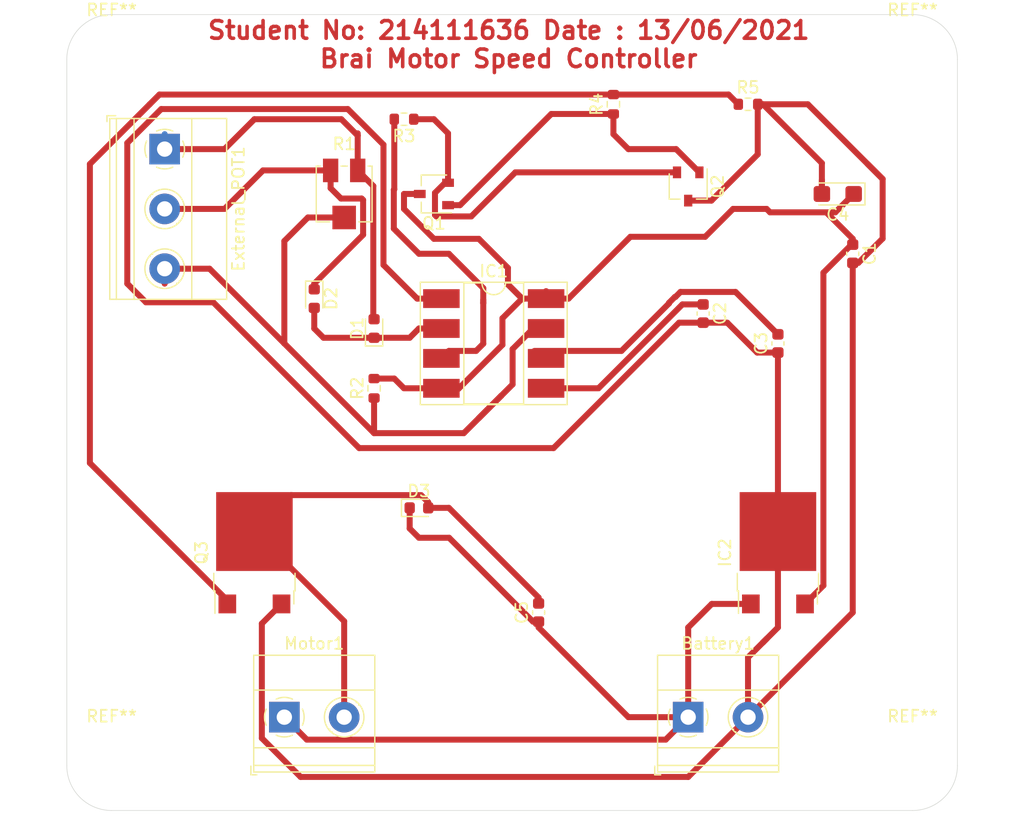
<source format=kicad_pcb>
(kicad_pcb (version 20171130) (host pcbnew "(5.1.8)-1")

  (general
    (thickness 1.5)
    (drawings 9)
    (tracks 192)
    (zones 0)
    (modules 25)
    (nets 14)
  )

  (page A4)
  (layers
    (0 F.Cu signal)
    (31 B.Cu signal)
    (32 B.Adhes user)
    (33 F.Adhes user)
    (34 B.Paste user)
    (35 F.Paste user)
    (36 B.SilkS user)
    (37 F.SilkS user)
    (38 B.Mask user)
    (39 F.Mask user)
    (40 Dwgs.User user)
    (41 Cmts.User user)
    (42 Eco1.User user)
    (43 Eco2.User user)
    (44 Edge.Cuts user)
    (45 Margin user)
    (46 B.CrtYd user)
    (47 F.CrtYd user)
    (48 B.Fab user)
    (49 F.Fab user)
  )

  (setup
    (last_trace_width 0.508)
    (user_trace_width 0.508)
    (user_trace_width 3.048)
    (trace_clearance 0.2)
    (zone_clearance 0.508)
    (zone_45_only no)
    (trace_min 0.2)
    (via_size 0.8)
    (via_drill 0.4)
    (via_min_size 0.4)
    (via_min_drill 0.3)
    (uvia_size 0.3)
    (uvia_drill 0.1)
    (uvias_allowed no)
    (uvia_min_size 0.2)
    (uvia_min_drill 0.1)
    (edge_width 0.05)
    (segment_width 0.2)
    (pcb_text_width 0.3)
    (pcb_text_size 1.5 1.5)
    (mod_edge_width 0.12)
    (mod_text_size 1 1)
    (mod_text_width 0.15)
    (pad_size 1.524 1.524)
    (pad_drill 0.762)
    (pad_to_mask_clearance 0)
    (aux_axis_origin 0 0)
    (grid_origin 146.74 41.91)
    (visible_elements 7FFFFFFF)
    (pcbplotparams
      (layerselection 0x010f8_7fffffff)
      (usegerberextensions false)
      (usegerberattributes true)
      (usegerberadvancedattributes true)
      (creategerberjobfile true)
      (excludeedgelayer true)
      (linewidth 0.100000)
      (plotframeref false)
      (viasonmask false)
      (mode 1)
      (useauxorigin false)
      (hpglpennumber 1)
      (hpglpenspeed 20)
      (hpglpendiameter 15.000000)
      (psnegative false)
      (psa4output false)
      (plotreference true)
      (plotvalue true)
      (plotinvisibletext false)
      (padsonsilk false)
      (subtractmaskfromsilk false)
      (outputformat 1)
      (mirror false)
      (drillshape 0)
      (scaleselection 1)
      (outputdirectory "Gerber/"))
  )

  (net 0 "")
  (net 1 0)
  (net 2 "Net-(C2-Pad1)")
  (net 3 +9V)
  (net 4 "Net-(D1-Pad2)")
  (net 5 "Net-(D2-Pad1)")
  (net 6 "Net-(IC1-Pad3)")
  (net 7 "Net-(Q1-Pad2)")
  (net 8 "Net-(Q1-Pad1)")
  (net 9 "Net-(Q3-Pad1)")
  (net 10 "Net-(Battery1-Pad1)")
  (net 11 "Net-(External_POT1-Pad3)")
  (net 12 "Net-(C3-Pad2)")
  (net 13 "Net-(C5-Pad2)")

  (net_class Default "This is the default net class."
    (clearance 0.2)
    (trace_width 0.25)
    (via_dia 0.8)
    (via_drill 0.4)
    (uvia_dia 0.3)
    (uvia_drill 0.1)
    (add_net "Net-(C3-Pad2)")
  )

  (net_class General_Netlist ""
    (clearance 0.3556)
    (trace_width 3.048)
    (via_dia 0.8)
    (via_drill 0.4)
    (uvia_dia 0.3)
    (uvia_drill 0.1)
    (add_net +9V)
    (add_net 0)
    (add_net "Net-(Battery1-Pad1)")
    (add_net "Net-(C5-Pad2)")
  )

  (net_class IC_Netlist ""
    (clearance 0.3556)
    (trace_width 0.508)
    (via_dia 0.8)
    (via_drill 0.4)
    (uvia_dia 0.3)
    (uvia_drill 0.1)
    (add_net "Net-(C2-Pad1)")
    (add_net "Net-(D1-Pad2)")
    (add_net "Net-(D2-Pad1)")
    (add_net "Net-(External_POT1-Pad3)")
    (add_net "Net-(IC1-Pad3)")
    (add_net "Net-(Q1-Pad1)")
    (add_net "Net-(Q1-Pad2)")
    (add_net "Net-(Q3-Pad1)")
  )

  (module Package_DIP:DIP-8_W8.89mm_SMDSocket_LongPads (layer F.Cu) (tedit 5A02E8C5) (tstamp 60C06191)
    (at 111.18 66.04)
    (descr "8-lead though-hole mounted DIP package, row spacing 8.89 mm (350 mils), SMDSocket, LongPads")
    (tags "THT DIP DIL PDIP 2.54mm 8.89mm 350mil SMDSocket LongPads")
    (path /60BE379D)
    (attr smd)
    (fp_text reference IC1 (at 0 -6.14) (layer F.SilkS)
      (effects (font (size 1 1) (thickness 0.15)))
    )
    (fp_text value LM555N (at 0 6.14) (layer F.Fab)
      (effects (font (size 1 1) (thickness 0.15)))
    )
    (fp_line (start 6.25 -5.4) (end -6.25 -5.4) (layer F.CrtYd) (width 0.05))
    (fp_line (start 6.25 5.4) (end 6.25 -5.4) (layer F.CrtYd) (width 0.05))
    (fp_line (start -6.25 5.4) (end 6.25 5.4) (layer F.CrtYd) (width 0.05))
    (fp_line (start -6.25 -5.4) (end -6.25 5.4) (layer F.CrtYd) (width 0.05))
    (fp_line (start 6.235 -5.2) (end -6.235 -5.2) (layer F.SilkS) (width 0.12))
    (fp_line (start 6.235 5.2) (end 6.235 -5.2) (layer F.SilkS) (width 0.12))
    (fp_line (start -6.235 5.2) (end 6.235 5.2) (layer F.SilkS) (width 0.12))
    (fp_line (start -6.235 -5.2) (end -6.235 5.2) (layer F.SilkS) (width 0.12))
    (fp_line (start 2.535 -5.14) (end 1 -5.14) (layer F.SilkS) (width 0.12))
    (fp_line (start 2.535 5.14) (end 2.535 -5.14) (layer F.SilkS) (width 0.12))
    (fp_line (start -2.535 5.14) (end 2.535 5.14) (layer F.SilkS) (width 0.12))
    (fp_line (start -2.535 -5.14) (end -2.535 5.14) (layer F.SilkS) (width 0.12))
    (fp_line (start -1 -5.14) (end -2.535 -5.14) (layer F.SilkS) (width 0.12))
    (fp_line (start 5.08 -5.14) (end -5.08 -5.14) (layer F.Fab) (width 0.1))
    (fp_line (start 5.08 5.14) (end 5.08 -5.14) (layer F.Fab) (width 0.1))
    (fp_line (start -5.08 5.14) (end 5.08 5.14) (layer F.Fab) (width 0.1))
    (fp_line (start -5.08 -5.14) (end -5.08 5.14) (layer F.Fab) (width 0.1))
    (fp_line (start -3.175 -4.08) (end -2.175 -5.08) (layer F.Fab) (width 0.1))
    (fp_line (start -3.175 5.08) (end -3.175 -4.08) (layer F.Fab) (width 0.1))
    (fp_line (start 3.175 5.08) (end -3.175 5.08) (layer F.Fab) (width 0.1))
    (fp_line (start 3.175 -5.08) (end 3.175 5.08) (layer F.Fab) (width 0.1))
    (fp_line (start -2.175 -5.08) (end 3.175 -5.08) (layer F.Fab) (width 0.1))
    (fp_text user %R (at 0 0) (layer F.Fab)
      (effects (font (size 1 1) (thickness 0.15)))
    )
    (fp_arc (start 0 -5.14) (end -1 -5.14) (angle -180) (layer F.SilkS) (width 0.12))
    (pad 8 smd rect (at 4.445 -3.81) (size 3.1 1.6) (layers F.Cu F.Paste F.Mask)
      (net 3 +9V))
    (pad 4 smd rect (at -4.445 3.81) (size 3.1 1.6) (layers F.Cu F.Paste F.Mask)
      (net 3 +9V))
    (pad 7 smd rect (at 4.445 -1.27) (size 3.1 1.6) (layers F.Cu F.Paste F.Mask)
      (net 11 "Net-(External_POT1-Pad3)"))
    (pad 3 smd rect (at -4.445 1.27) (size 3.1 1.6) (layers F.Cu F.Paste F.Mask)
      (net 6 "Net-(IC1-Pad3)"))
    (pad 6 smd rect (at 4.445 1.27) (size 3.1 1.6) (layers F.Cu F.Paste F.Mask)
      (net 12 "Net-(C3-Pad2)"))
    (pad 2 smd rect (at -4.445 -1.27) (size 3.1 1.6) (layers F.Cu F.Paste F.Mask)
      (net 12 "Net-(C3-Pad2)"))
    (pad 5 smd rect (at 4.445 3.81) (size 3.1 1.6) (layers F.Cu F.Paste F.Mask)
      (net 2 "Net-(C2-Pad1)"))
    (pad 1 smd rect (at -4.445 -3.81) (size 3.1 1.6) (layers F.Cu F.Paste F.Mask)
      (net 1 0))
    (model ${KISYS3DMOD}/Package_DIP.3dshapes/DIP-8_W8.89mm_SMDSocket.wrl
      (at (xyz 0 0 0))
      (scale (xyz 1 1 1))
      (rotate (xyz 0 0 0))
    )
  )

  (module Package_TO_SOT_SMD:ATPAK-2 (layer F.Cu) (tedit 5BA2C72D) (tstamp 60C04DAF)
    (at 90.86 83.82 90)
    (descr "ATPAK SMD package, http://www.onsemi.com/pub/Collateral/ENA2192-D.PDF")
    (tags "ATPAK ")
    (path /60BE5A72)
    (attr smd)
    (fp_text reference Q3 (at 0 -4.5 90) (layer F.SilkS)
      (effects (font (size 1 1) (thickness 0.15)))
    )
    (fp_text value IRLZ44N (at 0 4.5 90) (layer F.Fab)
      (effects (font (size 1 1) (thickness 0.15)))
    )
    (fp_line (start 4.25 -3.25) (end 4.75 -3.25) (layer F.Fab) (width 0.1))
    (fp_line (start 4.75 -3.25) (end 4.75 3.25) (layer F.Fab) (width 0.1))
    (fp_line (start 4.75 3.25) (end 4.25 3.25) (layer F.Fab) (width 0.1))
    (fp_line (start 4.25 -3.25) (end 4.25 3.25) (layer F.Fab) (width 0.1))
    (fp_line (start 4.25 3.25) (end -3.05 3.25) (layer F.Fab) (width 0.1))
    (fp_line (start -3.05 3.25) (end -3.05 -2.25) (layer F.Fab) (width 0.1))
    (fp_line (start -3.05 -2.25) (end -2.05 -3.25) (layer F.Fab) (width 0.1))
    (fp_line (start -2.05 -3.25) (end 4.25 -3.25) (layer F.Fab) (width 0.1))
    (fp_line (start -2.7 -2.6) (end -4.75 -2.6) (layer F.Fab) (width 0.1))
    (fp_line (start -4.75 -2.6) (end -4.75 -2) (layer F.Fab) (width 0.1))
    (fp_line (start -4.75 -2) (end -3.05 -2) (layer F.Fab) (width 0.1))
    (fp_line (start -3.05 2) (end -4.75 2) (layer F.Fab) (width 0.1))
    (fp_line (start -4.75 2) (end -4.75 2.6) (layer F.Fab) (width 0.1))
    (fp_line (start -4.75 2.6) (end -3.05 2.6) (layer F.Fab) (width 0.1))
    (fp_line (start -1.75 -3.45) (end -3.25 -3.45) (layer F.SilkS) (width 0.12))
    (fp_line (start -3.25 -3.45) (end -3.25 -3.35) (layer F.SilkS) (width 0.12))
    (fp_line (start -3.25 -3.35) (end -5.15 -3.35) (layer F.SilkS) (width 0.12))
    (fp_line (start -1.75 3.45) (end -3.25 3.45) (layer F.SilkS) (width 0.12))
    (fp_line (start -3.25 3.45) (end -3.25 3.35) (layer F.SilkS) (width 0.12))
    (fp_line (start -3.25 3.35) (end -4.35 3.35) (layer F.SilkS) (width 0.12))
    (fp_line (start -5.4 -3.5) (end -5.4 3.5) (layer F.CrtYd) (width 0.05))
    (fp_line (start -5.4 3.5) (end 5.4 3.5) (layer F.CrtYd) (width 0.05))
    (fp_line (start 5.4 3.5) (end 5.4 -3.5) (layer F.CrtYd) (width 0.05))
    (fp_line (start 5.4 -3.5) (end -5.4 -3.5) (layer F.CrtYd) (width 0.05))
    (fp_text user %R (at 0 0 90) (layer F.Fab)
      (effects (font (size 1 1) (thickness 0.15)))
    )
    (pad "" smd rect (at 0.05 1.7 90) (size 3.2 3.1) (layers F.Paste))
    (pad "" smd rect (at 3.55 -1.7 90) (size 3.2 3.1) (layers F.Paste))
    (pad "" smd rect (at 0.05 -1.7 90) (size 3.2 3.1) (layers F.Paste))
    (pad "" smd rect (at 3.55 1.7 90) (size 3.2 3.1) (layers F.Paste))
    (pad 2 smd rect (at 1.8 0 90) (size 6.7 6.5) (layers F.Cu F.Mask)
      (net 13 "Net-(C5-Pad2)"))
    (pad 3 smd rect (at -4.35 2.3 90) (size 1.6 1.5) (layers F.Cu F.Paste F.Mask)
      (net 1 0))
    (pad 1 smd rect (at -4.35 -2.3 90) (size 1.6 1.5) (layers F.Cu F.Paste F.Mask)
      (net 9 "Net-(Q3-Pad1)"))
    (model ${KISYS3DMOD}/Package_TO_SOT_SMD.3dshapes/ATPAK-2.wrl
      (at (xyz 0 0 0))
      (scale (xyz 1 1 1))
      (rotate (xyz 0 0 0))
    )
  )

  (module Package_TO_SOT_SMD:ATPAK-2 (layer F.Cu) (tedit 5BA2C72D) (tstamp 60C04D31)
    (at 135.31 83.82 90)
    (descr "ATPAK SMD package, http://www.onsemi.com/pub/Collateral/ENA2192-D.PDF")
    (tags "ATPAK ")
    (path /60BE4148)
    (attr smd)
    (fp_text reference IC2 (at 0 -4.5 90) (layer F.SilkS)
      (effects (font (size 1 1) (thickness 0.15)))
    )
    (fp_text value L7809 (at 0 4.5 90) (layer F.Fab)
      (effects (font (size 1 1) (thickness 0.15)))
    )
    (fp_line (start 4.25 -3.25) (end 4.75 -3.25) (layer F.Fab) (width 0.1))
    (fp_line (start 4.75 -3.25) (end 4.75 3.25) (layer F.Fab) (width 0.1))
    (fp_line (start 4.75 3.25) (end 4.25 3.25) (layer F.Fab) (width 0.1))
    (fp_line (start 4.25 -3.25) (end 4.25 3.25) (layer F.Fab) (width 0.1))
    (fp_line (start 4.25 3.25) (end -3.05 3.25) (layer F.Fab) (width 0.1))
    (fp_line (start -3.05 3.25) (end -3.05 -2.25) (layer F.Fab) (width 0.1))
    (fp_line (start -3.05 -2.25) (end -2.05 -3.25) (layer F.Fab) (width 0.1))
    (fp_line (start -2.05 -3.25) (end 4.25 -3.25) (layer F.Fab) (width 0.1))
    (fp_line (start -2.7 -2.6) (end -4.75 -2.6) (layer F.Fab) (width 0.1))
    (fp_line (start -4.75 -2.6) (end -4.75 -2) (layer F.Fab) (width 0.1))
    (fp_line (start -4.75 -2) (end -3.05 -2) (layer F.Fab) (width 0.1))
    (fp_line (start -3.05 2) (end -4.75 2) (layer F.Fab) (width 0.1))
    (fp_line (start -4.75 2) (end -4.75 2.6) (layer F.Fab) (width 0.1))
    (fp_line (start -4.75 2.6) (end -3.05 2.6) (layer F.Fab) (width 0.1))
    (fp_line (start -1.75 -3.45) (end -3.25 -3.45) (layer F.SilkS) (width 0.12))
    (fp_line (start -3.25 -3.45) (end -3.25 -3.35) (layer F.SilkS) (width 0.12))
    (fp_line (start -3.25 -3.35) (end -5.15 -3.35) (layer F.SilkS) (width 0.12))
    (fp_line (start -1.75 3.45) (end -3.25 3.45) (layer F.SilkS) (width 0.12))
    (fp_line (start -3.25 3.45) (end -3.25 3.35) (layer F.SilkS) (width 0.12))
    (fp_line (start -3.25 3.35) (end -4.35 3.35) (layer F.SilkS) (width 0.12))
    (fp_line (start -5.4 -3.5) (end -5.4 3.5) (layer F.CrtYd) (width 0.05))
    (fp_line (start -5.4 3.5) (end 5.4 3.5) (layer F.CrtYd) (width 0.05))
    (fp_line (start 5.4 3.5) (end 5.4 -3.5) (layer F.CrtYd) (width 0.05))
    (fp_line (start 5.4 -3.5) (end -5.4 -3.5) (layer F.CrtYd) (width 0.05))
    (fp_text user %R (at 0 0 90) (layer F.Fab)
      (effects (font (size 1 1) (thickness 0.15)))
    )
    (pad "" smd rect (at 0.05 1.7 90) (size 3.2 3.1) (layers F.Paste))
    (pad "" smd rect (at 3.55 -1.7 90) (size 3.2 3.1) (layers F.Paste))
    (pad "" smd rect (at 0.05 -1.7 90) (size 3.2 3.1) (layers F.Paste))
    (pad "" smd rect (at 3.55 1.7 90) (size 3.2 3.1) (layers F.Paste))
    (pad 2 smd rect (at 1.8 0 90) (size 6.7 6.5) (layers F.Cu F.Mask)
      (net 1 0))
    (pad 3 smd rect (at -4.35 2.3 90) (size 1.6 1.5) (layers F.Cu F.Paste F.Mask)
      (net 3 +9V))
    (pad 1 smd rect (at -4.35 -2.3 90) (size 1.6 1.5) (layers F.Cu F.Paste F.Mask)
      (net 10 "Net-(Battery1-Pad1)"))
    (model ${KISYS3DMOD}/Package_TO_SOT_SMD.3dshapes/ATPAK-2.wrl
      (at (xyz 0 0 0))
      (scale (xyz 1 1 1))
      (rotate (xyz 0 0 0))
    )
  )

  (module TerminalBlock_Phoenix:TerminalBlock_Phoenix_MKDS-1,5-2-5.08_1x02_P5.08mm_Horizontal (layer F.Cu) (tedit 5B294EBC) (tstamp 60BFD99B)
    (at 127.69 97.79)
    (descr "Terminal Block Phoenix MKDS-1,5-2-5.08, 2 pins, pitch 5.08mm, size 10.2x9.8mm^2, drill diamater 1.3mm, pad diameter 2.6mm, see http://www.farnell.com/datasheets/100425.pdf, script-generated using https://github.com/pointhi/kicad-footprint-generator/scripts/TerminalBlock_Phoenix")
    (tags "THT Terminal Block Phoenix MKDS-1,5-2-5.08 pitch 5.08mm size 10.2x9.8mm^2 drill 1.3mm pad 2.6mm")
    (path /60C3C7A4)
    (fp_text reference Battery1 (at 2.54 -6.26) (layer F.SilkS)
      (effects (font (size 1 1) (thickness 0.15)))
    )
    (fp_text value Battery (at 2.54 5.66) (layer F.Fab)
      (effects (font (size 1 1) (thickness 0.15)))
    )
    (fp_line (start 8.13 -5.71) (end -3.04 -5.71) (layer F.CrtYd) (width 0.05))
    (fp_line (start 8.13 5.1) (end 8.13 -5.71) (layer F.CrtYd) (width 0.05))
    (fp_line (start -3.04 5.1) (end 8.13 5.1) (layer F.CrtYd) (width 0.05))
    (fp_line (start -3.04 -5.71) (end -3.04 5.1) (layer F.CrtYd) (width 0.05))
    (fp_line (start -2.84 4.9) (end -2.34 4.9) (layer F.SilkS) (width 0.12))
    (fp_line (start -2.84 4.16) (end -2.84 4.9) (layer F.SilkS) (width 0.12))
    (fp_line (start 3.853 1.023) (end 3.806 1.069) (layer F.SilkS) (width 0.12))
    (fp_line (start 6.15 -1.275) (end 6.115 -1.239) (layer F.SilkS) (width 0.12))
    (fp_line (start 4.046 1.239) (end 4.011 1.274) (layer F.SilkS) (width 0.12))
    (fp_line (start 6.355 -1.069) (end 6.308 -1.023) (layer F.SilkS) (width 0.12))
    (fp_line (start 6.035 -1.138) (end 3.943 0.955) (layer F.Fab) (width 0.1))
    (fp_line (start 6.218 -0.955) (end 4.126 1.138) (layer F.Fab) (width 0.1))
    (fp_line (start 0.955 -1.138) (end -1.138 0.955) (layer F.Fab) (width 0.1))
    (fp_line (start 1.138 -0.955) (end -0.955 1.138) (layer F.Fab) (width 0.1))
    (fp_line (start 7.68 -5.261) (end 7.68 4.66) (layer F.SilkS) (width 0.12))
    (fp_line (start -2.6 -5.261) (end -2.6 4.66) (layer F.SilkS) (width 0.12))
    (fp_line (start -2.6 4.66) (end 7.68 4.66) (layer F.SilkS) (width 0.12))
    (fp_line (start -2.6 -5.261) (end 7.68 -5.261) (layer F.SilkS) (width 0.12))
    (fp_line (start -2.6 -2.301) (end 7.68 -2.301) (layer F.SilkS) (width 0.12))
    (fp_line (start -2.54 -2.3) (end 7.62 -2.3) (layer F.Fab) (width 0.1))
    (fp_line (start -2.6 2.6) (end 7.68 2.6) (layer F.SilkS) (width 0.12))
    (fp_line (start -2.54 2.6) (end 7.62 2.6) (layer F.Fab) (width 0.1))
    (fp_line (start -2.6 4.1) (end 7.68 4.1) (layer F.SilkS) (width 0.12))
    (fp_line (start -2.54 4.1) (end 7.62 4.1) (layer F.Fab) (width 0.1))
    (fp_line (start -2.54 4.1) (end -2.54 -5.2) (layer F.Fab) (width 0.1))
    (fp_line (start -2.04 4.6) (end -2.54 4.1) (layer F.Fab) (width 0.1))
    (fp_line (start 7.62 4.6) (end -2.04 4.6) (layer F.Fab) (width 0.1))
    (fp_line (start 7.62 -5.2) (end 7.62 4.6) (layer F.Fab) (width 0.1))
    (fp_line (start -2.54 -5.2) (end 7.62 -5.2) (layer F.Fab) (width 0.1))
    (fp_circle (center 5.08 0) (end 6.76 0) (layer F.SilkS) (width 0.12))
    (fp_circle (center 5.08 0) (end 6.58 0) (layer F.Fab) (width 0.1))
    (fp_circle (center 0 0) (end 1.5 0) (layer F.Fab) (width 0.1))
    (fp_text user %R (at 2.54 3.2) (layer F.Fab)
      (effects (font (size 1 1) (thickness 0.15)))
    )
    (fp_arc (start 0 0) (end -0.684 1.535) (angle -25) (layer F.SilkS) (width 0.12))
    (fp_arc (start 0 0) (end -1.535 -0.684) (angle -48) (layer F.SilkS) (width 0.12))
    (fp_arc (start 0 0) (end 0.684 -1.535) (angle -48) (layer F.SilkS) (width 0.12))
    (fp_arc (start 0 0) (end 1.535 0.684) (angle -48) (layer F.SilkS) (width 0.12))
    (fp_arc (start 0 0) (end 0 1.68) (angle -24) (layer F.SilkS) (width 0.12))
    (pad 2 thru_hole circle (at 5.08 0) (size 2.6 2.6) (drill 1.3) (layers *.Cu *.Mask)
      (net 1 0))
    (pad 1 thru_hole rect (at 0 0) (size 2.6 2.6) (drill 1.3) (layers *.Cu *.Mask)
      (net 10 "Net-(Battery1-Pad1)"))
    (model ${KISYS3DMOD}/TerminalBlock_Phoenix.3dshapes/TerminalBlock_Phoenix_MKDS-1,5-2-5.08_1x02_P5.08mm_Horizontal.wrl
      (at (xyz 0 0 0))
      (scale (xyz 1 1 1))
      (rotate (xyz 0 0 0))
    )
  )

  (module Resistor_SMD:R_0603_1608Metric (layer F.Cu) (tedit 5F68FEEE) (tstamp 60BFF48A)
    (at 132.77 45.72)
    (descr "Resistor SMD 0603 (1608 Metric), square (rectangular) end terminal, IPC_7351 nominal, (Body size source: IPC-SM-782 page 72, https://www.pcb-3d.com/wordpress/wp-content/uploads/ipc-sm-782a_amendment_1_and_2.pdf), generated with kicad-footprint-generator")
    (tags resistor)
    (path /60BE8034)
    (attr smd)
    (fp_text reference R5 (at 0 -1.43) (layer F.SilkS)
      (effects (font (size 1 1) (thickness 0.15)))
    )
    (fp_text value 10k (at 0 1.43) (layer F.Fab)
      (effects (font (size 1 1) (thickness 0.15)))
    )
    (fp_line (start 1.48 0.73) (end -1.48 0.73) (layer F.CrtYd) (width 0.05))
    (fp_line (start 1.48 -0.73) (end 1.48 0.73) (layer F.CrtYd) (width 0.05))
    (fp_line (start -1.48 -0.73) (end 1.48 -0.73) (layer F.CrtYd) (width 0.05))
    (fp_line (start -1.48 0.73) (end -1.48 -0.73) (layer F.CrtYd) (width 0.05))
    (fp_line (start -0.237258 0.5225) (end 0.237258 0.5225) (layer F.SilkS) (width 0.12))
    (fp_line (start -0.237258 -0.5225) (end 0.237258 -0.5225) (layer F.SilkS) (width 0.12))
    (fp_line (start 0.8 0.4125) (end -0.8 0.4125) (layer F.Fab) (width 0.1))
    (fp_line (start 0.8 -0.4125) (end 0.8 0.4125) (layer F.Fab) (width 0.1))
    (fp_line (start -0.8 -0.4125) (end 0.8 -0.4125) (layer F.Fab) (width 0.1))
    (fp_line (start -0.8 0.4125) (end -0.8 -0.4125) (layer F.Fab) (width 0.1))
    (fp_text user %R (at 0 0) (layer F.Fab)
      (effects (font (size 0.4 0.4) (thickness 0.06)))
    )
    (pad 2 smd roundrect (at 0.825 0) (size 0.8 0.95) (layers F.Cu F.Paste F.Mask) (roundrect_rratio 0.25)
      (net 1 0))
    (pad 1 smd roundrect (at -0.825 0) (size 0.8 0.95) (layers F.Cu F.Paste F.Mask) (roundrect_rratio 0.25)
      (net 9 "Net-(Q3-Pad1)"))
    (model ${KISYS3DMOD}/Resistor_SMD.3dshapes/R_0603_1608Metric.wrl
      (at (xyz 0 0 0))
      (scale (xyz 1 1 1))
      (rotate (xyz 0 0 0))
    )
  )

  (module Resistor_SMD:R_0603_1608Metric (layer F.Cu) (tedit 5F68FEEE) (tstamp 60C04DF4)
    (at 121.34 45.72 90)
    (descr "Resistor SMD 0603 (1608 Metric), square (rectangular) end terminal, IPC_7351 nominal, (Body size source: IPC-SM-782 page 72, https://www.pcb-3d.com/wordpress/wp-content/uploads/ipc-sm-782a_amendment_1_and_2.pdf), generated with kicad-footprint-generator")
    (tags resistor)
    (path /60BE6EBF)
    (attr smd)
    (fp_text reference R4 (at 0 -1.43 90) (layer F.SilkS)
      (effects (font (size 1 1) (thickness 0.15)))
    )
    (fp_text value 22 (at 0 1.43 90) (layer F.Fab)
      (effects (font (size 1 1) (thickness 0.15)))
    )
    (fp_line (start 1.48 0.73) (end -1.48 0.73) (layer F.CrtYd) (width 0.05))
    (fp_line (start 1.48 -0.73) (end 1.48 0.73) (layer F.CrtYd) (width 0.05))
    (fp_line (start -1.48 -0.73) (end 1.48 -0.73) (layer F.CrtYd) (width 0.05))
    (fp_line (start -1.48 0.73) (end -1.48 -0.73) (layer F.CrtYd) (width 0.05))
    (fp_line (start -0.237258 0.5225) (end 0.237258 0.5225) (layer F.SilkS) (width 0.12))
    (fp_line (start -0.237258 -0.5225) (end 0.237258 -0.5225) (layer F.SilkS) (width 0.12))
    (fp_line (start 0.8 0.4125) (end -0.8 0.4125) (layer F.Fab) (width 0.1))
    (fp_line (start 0.8 -0.4125) (end 0.8 0.4125) (layer F.Fab) (width 0.1))
    (fp_line (start -0.8 -0.4125) (end 0.8 -0.4125) (layer F.Fab) (width 0.1))
    (fp_line (start -0.8 0.4125) (end -0.8 -0.4125) (layer F.Fab) (width 0.1))
    (fp_text user %R (at 0 0 90) (layer F.Fab)
      (effects (font (size 0.4 0.4) (thickness 0.06)))
    )
    (pad 2 smd roundrect (at 0.825 0 90) (size 0.8 0.95) (layers F.Cu F.Paste F.Mask) (roundrect_rratio 0.25)
      (net 9 "Net-(Q3-Pad1)"))
    (pad 1 smd roundrect (at -0.825 0 90) (size 0.8 0.95) (layers F.Cu F.Paste F.Mask) (roundrect_rratio 0.25)
      (net 8 "Net-(Q1-Pad1)"))
    (model ${KISYS3DMOD}/Resistor_SMD.3dshapes/R_0603_1608Metric.wrl
      (at (xyz 0 0 0))
      (scale (xyz 1 1 1))
      (rotate (xyz 0 0 0))
    )
  )

  (module Resistor_SMD:R_0603_1608Metric (layer F.Cu) (tedit 5F68FEEE) (tstamp 60C04DDD)
    (at 103.56 46.99 180)
    (descr "Resistor SMD 0603 (1608 Metric), square (rectangular) end terminal, IPC_7351 nominal, (Body size source: IPC-SM-782 page 72, https://www.pcb-3d.com/wordpress/wp-content/uploads/ipc-sm-782a_amendment_1_and_2.pdf), generated with kicad-footprint-generator")
    (tags resistor)
    (path /60BE758B)
    (attr smd)
    (fp_text reference R3 (at 0 -1.43) (layer F.SilkS)
      (effects (font (size 1 1) (thickness 0.15)))
    )
    (fp_text value 2.2k (at 0 1.43) (layer F.Fab)
      (effects (font (size 1 1) (thickness 0.15)))
    )
    (fp_line (start 1.48 0.73) (end -1.48 0.73) (layer F.CrtYd) (width 0.05))
    (fp_line (start 1.48 -0.73) (end 1.48 0.73) (layer F.CrtYd) (width 0.05))
    (fp_line (start -1.48 -0.73) (end 1.48 -0.73) (layer F.CrtYd) (width 0.05))
    (fp_line (start -1.48 0.73) (end -1.48 -0.73) (layer F.CrtYd) (width 0.05))
    (fp_line (start -0.237258 0.5225) (end 0.237258 0.5225) (layer F.SilkS) (width 0.12))
    (fp_line (start -0.237258 -0.5225) (end 0.237258 -0.5225) (layer F.SilkS) (width 0.12))
    (fp_line (start 0.8 0.4125) (end -0.8 0.4125) (layer F.Fab) (width 0.1))
    (fp_line (start 0.8 -0.4125) (end 0.8 0.4125) (layer F.Fab) (width 0.1))
    (fp_line (start -0.8 -0.4125) (end 0.8 -0.4125) (layer F.Fab) (width 0.1))
    (fp_line (start -0.8 0.4125) (end -0.8 -0.4125) (layer F.Fab) (width 0.1))
    (fp_text user %R (at 0 0) (layer F.Fab)
      (effects (font (size 0.4 0.4) (thickness 0.06)))
    )
    (pad 2 smd roundrect (at 0.825 0 180) (size 0.8 0.95) (layers F.Cu F.Paste F.Mask) (roundrect_rratio 0.25)
      (net 6 "Net-(IC1-Pad3)"))
    (pad 1 smd roundrect (at -0.825 0 180) (size 0.8 0.95) (layers F.Cu F.Paste F.Mask) (roundrect_rratio 0.25)
      (net 7 "Net-(Q1-Pad2)"))
    (model ${KISYS3DMOD}/Resistor_SMD.3dshapes/R_0603_1608Metric.wrl
      (at (xyz 0 0 0))
      (scale (xyz 1 1 1))
      (rotate (xyz 0 0 0))
    )
  )

  (module Resistor_SMD:R_0603_1608Metric (layer F.Cu) (tedit 5F68FEEE) (tstamp 60DE9E71)
    (at 101.02 69.85 90)
    (descr "Resistor SMD 0603 (1608 Metric), square (rectangular) end terminal, IPC_7351 nominal, (Body size source: IPC-SM-782 page 72, https://www.pcb-3d.com/wordpress/wp-content/uploads/ipc-sm-782a_amendment_1_and_2.pdf), generated with kicad-footprint-generator")
    (tags resistor)
    (path /60BE7A9F)
    (attr smd)
    (fp_text reference R2 (at 0 -1.43 90) (layer F.SilkS)
      (effects (font (size 1 1) (thickness 0.15)))
    )
    (fp_text value 10k (at 0 1.43 90) (layer F.Fab)
      (effects (font (size 1 1) (thickness 0.15)))
    )
    (fp_line (start 1.48 0.73) (end -1.48 0.73) (layer F.CrtYd) (width 0.05))
    (fp_line (start 1.48 -0.73) (end 1.48 0.73) (layer F.CrtYd) (width 0.05))
    (fp_line (start -1.48 -0.73) (end 1.48 -0.73) (layer F.CrtYd) (width 0.05))
    (fp_line (start -1.48 0.73) (end -1.48 -0.73) (layer F.CrtYd) (width 0.05))
    (fp_line (start -0.237258 0.5225) (end 0.237258 0.5225) (layer F.SilkS) (width 0.12))
    (fp_line (start -0.237258 -0.5225) (end 0.237258 -0.5225) (layer F.SilkS) (width 0.12))
    (fp_line (start 0.8 0.4125) (end -0.8 0.4125) (layer F.Fab) (width 0.1))
    (fp_line (start 0.8 -0.4125) (end 0.8 0.4125) (layer F.Fab) (width 0.1))
    (fp_line (start -0.8 -0.4125) (end 0.8 -0.4125) (layer F.Fab) (width 0.1))
    (fp_line (start -0.8 0.4125) (end -0.8 -0.4125) (layer F.Fab) (width 0.1))
    (fp_text user %R (at 0 0 90) (layer F.Fab)
      (effects (font (size 0.4 0.4) (thickness 0.06)))
    )
    (pad 2 smd roundrect (at 0.825 0 90) (size 0.8 0.95) (layers F.Cu F.Paste F.Mask) (roundrect_rratio 0.25)
      (net 3 +9V))
    (pad 1 smd roundrect (at -0.825 0 90) (size 0.8 0.95) (layers F.Cu F.Paste F.Mask) (roundrect_rratio 0.25)
      (net 11 "Net-(External_POT1-Pad3)"))
    (model ${KISYS3DMOD}/Resistor_SMD.3dshapes/R_0603_1608Metric.wrl
      (at (xyz 0 0 0))
      (scale (xyz 1 1 1))
      (rotate (xyz 0 0 0))
    )
  )

  (module Potentiometer_SMD:Potentiometer_Bourns_3314J_Vertical (layer F.Cu) (tedit 5A81E1D7) (tstamp 60C04E24)
    (at 98.48 53.34)
    (descr "Potentiometer, vertical, Bourns 3314J, http://www.bourns.com/docs/Product-Datasheets/3314.pdf")
    (tags "Potentiometer vertical Bourns 3314J")
    (path /60C74C85)
    (attr smd)
    (fp_text reference R1 (at 0 -4.25) (layer F.SilkS)
      (effects (font (size 1 1) (thickness 0.15)))
    )
    (fp_text value 100k (at 0 4.25) (layer F.Fab)
      (effects (font (size 1 1) (thickness 0.15)))
    )
    (fp_line (start 2.5 -3.25) (end -2.5 -3.25) (layer F.CrtYd) (width 0.05))
    (fp_line (start 2.5 3.25) (end 2.5 -3.25) (layer F.CrtYd) (width 0.05))
    (fp_line (start -2.5 3.25) (end 2.5 3.25) (layer F.CrtYd) (width 0.05))
    (fp_line (start -2.5 -3.25) (end -2.5 3.25) (layer F.CrtYd) (width 0.05))
    (fp_line (start 2.37 -2.37) (end 2.37 2.37) (layer F.SilkS) (width 0.12))
    (fp_line (start -2.37 -2.37) (end -2.37 2.37) (layer F.SilkS) (width 0.12))
    (fp_line (start 1.24 2.37) (end 2.37 2.37) (layer F.SilkS) (width 0.12))
    (fp_line (start -2.37 2.37) (end -1.24 2.37) (layer F.SilkS) (width 0.12))
    (fp_line (start -0.259 -2.37) (end 0.26 -2.37) (layer F.SilkS) (width 0.12))
    (fp_line (start -2.37 -2.37) (end -2.039 -2.37) (layer F.SilkS) (width 0.12))
    (fp_line (start 2.04 -2.37) (end 2.37 -2.37) (layer F.SilkS) (width 0.12))
    (fp_line (start 0 0.99) (end 0.001 -0.989) (layer F.Fab) (width 0.1))
    (fp_line (start 0 0.99) (end 0.001 -0.989) (layer F.Fab) (width 0.1))
    (fp_line (start 2.25 -2.25) (end -2.25 -2.25) (layer F.Fab) (width 0.1))
    (fp_line (start 2.25 2.25) (end 2.25 -2.25) (layer F.Fab) (width 0.1))
    (fp_line (start -2.25 2.25) (end 2.25 2.25) (layer F.Fab) (width 0.1))
    (fp_line (start -2.25 -2.25) (end -2.25 2.25) (layer F.Fab) (width 0.1))
    (fp_circle (center 0 0) (end 1 0) (layer F.Fab) (width 0.1))
    (fp_text user %R (at 0 -1.7) (layer F.Fab)
      (effects (font (size 0.63 0.63) (thickness 0.15)))
    )
    (pad 3 smd rect (at -1.15 -2) (size 1.3 2) (layers F.Cu F.Paste F.Mask)
      (net 5 "Net-(D2-Pad1)"))
    (pad 2 smd rect (at 0 2) (size 2 2) (layers F.Cu F.Paste F.Mask)
      (net 11 "Net-(External_POT1-Pad3)"))
    (pad 1 smd rect (at 1.15 -2) (size 1.3 2) (layers F.Cu F.Paste F.Mask)
      (net 4 "Net-(D1-Pad2)"))
    (model ${KISYS3DMOD}/Potentiometer_SMD.3dshapes/Potentiometer_Bourns_3314J_Vertical.wrl
      (at (xyz 0 0 0))
      (scale (xyz 1 1 1))
      (rotate (xyz 0 0 0))
    )
  )

  (module Package_TO_SOT_SMD:SOT-23W (layer F.Cu) (tedit 5A02FF57) (tstamp 60C04D95)
    (at 127.69 52.705 270)
    (descr "SOT-23W http://www.allegromicro.com/~/media/Files/Datasheets/A112x-Datasheet.ashx?la=en&hash=7BC461E058CC246E0BAB62433B2F1ECA104CA9D3")
    (tags SOT-23W)
    (path /60C03B5F)
    (attr smd)
    (fp_text reference Q2 (at 0 -2.5 90) (layer F.SilkS)
      (effects (font (size 1 1) (thickness 0.15)))
    )
    (fp_text value 2N3906 (at 0 2.5 90) (layer F.Fab)
      (effects (font (size 1 1) (thickness 0.15)))
    )
    (fp_line (start -1.95 1.74) (end -1.95 -1.74) (layer F.CrtYd) (width 0.05))
    (fp_line (start 1.95 1.74) (end -1.95 1.74) (layer F.CrtYd) (width 0.05))
    (fp_line (start 1.95 -1.74) (end 1.95 1.74) (layer F.CrtYd) (width 0.05))
    (fp_line (start -1.95 -1.74) (end 1.95 -1.74) (layer F.CrtYd) (width 0.05))
    (fp_line (start -0.955 1.49) (end 0.955 1.49) (layer F.Fab) (width 0.1))
    (fp_line (start 0.955 -1.49) (end 0.955 1.49) (layer F.Fab) (width 0.1))
    (fp_line (start -0.955 -0.49) (end 0.045 -1.49) (layer F.Fab) (width 0.1))
    (fp_line (start 0.045 -1.49) (end 0.955 -1.49) (layer F.Fab) (width 0.1))
    (fp_line (start -0.955 -0.49) (end -0.955 1.49) (layer F.Fab) (width 0.1))
    (fp_line (start -1.075 1.61) (end 1.075 1.61) (layer F.SilkS) (width 0.12))
    (fp_line (start -1.5 -1.61) (end 1.075 -1.61) (layer F.SilkS) (width 0.12))
    (fp_line (start 1.075 0.7) (end 1.075 1.61) (layer F.SilkS) (width 0.12))
    (fp_line (start 1.075 -1.61) (end 1.075 -0.7) (layer F.SilkS) (width 0.12))
    (fp_text user %R (at 0 0) (layer F.Fab)
      (effects (font (size 0.5 0.5) (thickness 0.075)))
    )
    (pad 3 smd rect (at 1.2 0 270) (size 1 0.7) (layers F.Cu F.Paste F.Mask)
      (net 1 0))
    (pad 2 smd rect (at -1.2 0.95 270) (size 1 0.7) (layers F.Cu F.Paste F.Mask)
      (net 7 "Net-(Q1-Pad2)"))
    (pad 1 smd rect (at -1.2 -0.95 270) (size 1 0.7) (layers F.Cu F.Paste F.Mask)
      (net 8 "Net-(Q1-Pad1)"))
    (model ${KISYS3DMOD}/Package_TO_SOT_SMD.3dshapes/SOT-23W.wrl
      (at (xyz 0 0 0))
      (scale (xyz 1 1 1))
      (rotate (xyz 0 0 0))
    )
  )

  (module Package_TO_SOT_SMD:SOT-23W (layer F.Cu) (tedit 5A02FF57) (tstamp 60C04D83)
    (at 106.1 53.34 180)
    (descr "SOT-23W http://www.allegromicro.com/~/media/Files/Datasheets/A112x-Datasheet.ashx?la=en&hash=7BC461E058CC246E0BAB62433B2F1ECA104CA9D3")
    (tags SOT-23W)
    (path /60BE52F7)
    (attr smd)
    (fp_text reference Q1 (at 0 -2.5) (layer F.SilkS)
      (effects (font (size 1 1) (thickness 0.15)))
    )
    (fp_text value 2N3904 (at 0 2.5) (layer F.Fab)
      (effects (font (size 1 1) (thickness 0.15)))
    )
    (fp_line (start -1.95 1.74) (end -1.95 -1.74) (layer F.CrtYd) (width 0.05))
    (fp_line (start 1.95 1.74) (end -1.95 1.74) (layer F.CrtYd) (width 0.05))
    (fp_line (start 1.95 -1.74) (end 1.95 1.74) (layer F.CrtYd) (width 0.05))
    (fp_line (start -1.95 -1.74) (end 1.95 -1.74) (layer F.CrtYd) (width 0.05))
    (fp_line (start -0.955 1.49) (end 0.955 1.49) (layer F.Fab) (width 0.1))
    (fp_line (start 0.955 -1.49) (end 0.955 1.49) (layer F.Fab) (width 0.1))
    (fp_line (start -0.955 -0.49) (end 0.045 -1.49) (layer F.Fab) (width 0.1))
    (fp_line (start 0.045 -1.49) (end 0.955 -1.49) (layer F.Fab) (width 0.1))
    (fp_line (start -0.955 -0.49) (end -0.955 1.49) (layer F.Fab) (width 0.1))
    (fp_line (start -1.075 1.61) (end 1.075 1.61) (layer F.SilkS) (width 0.12))
    (fp_line (start -1.5 -1.61) (end 1.075 -1.61) (layer F.SilkS) (width 0.12))
    (fp_line (start 1.075 0.7) (end 1.075 1.61) (layer F.SilkS) (width 0.12))
    (fp_line (start 1.075 -1.61) (end 1.075 -0.7) (layer F.SilkS) (width 0.12))
    (fp_text user %R (at 0 0 90) (layer F.Fab)
      (effects (font (size 0.5 0.5) (thickness 0.075)))
    )
    (pad 3 smd rect (at 1.2 0 180) (size 1 0.7) (layers F.Cu F.Paste F.Mask)
      (net 3 +9V))
    (pad 2 smd rect (at -1.2 0.95 180) (size 1 0.7) (layers F.Cu F.Paste F.Mask)
      (net 7 "Net-(Q1-Pad2)"))
    (pad 1 smd rect (at -1.2 -0.95 180) (size 1 0.7) (layers F.Cu F.Paste F.Mask)
      (net 8 "Net-(Q1-Pad1)"))
    (model ${KISYS3DMOD}/Package_TO_SOT_SMD.3dshapes/SOT-23W.wrl
      (at (xyz 0 0 0))
      (scale (xyz 1 1 1))
      (rotate (xyz 0 0 0))
    )
  )

  (module Diode_SMD:D_0603_1608Metric (layer F.Cu) (tedit 5F68FEF0) (tstamp 60C04D06)
    (at 104.83 80.01)
    (descr "Diode SMD 0603 (1608 Metric), square (rectangular) end terminal, IPC_7351 nominal, (Body size source: http://www.tortai-tech.com/upload/download/2011102023233369053.pdf), generated with kicad-footprint-generator")
    (tags diode)
    (path /60BE2CEC)
    (attr smd)
    (fp_text reference D3 (at 0 -1.43) (layer F.SilkS)
      (effects (font (size 1 1) (thickness 0.15)))
    )
    (fp_text value 1N4004 (at 0 1.43) (layer F.Fab)
      (effects (font (size 1 1) (thickness 0.15)))
    )
    (fp_line (start 1.48 0.73) (end -1.48 0.73) (layer F.CrtYd) (width 0.05))
    (fp_line (start 1.48 -0.73) (end 1.48 0.73) (layer F.CrtYd) (width 0.05))
    (fp_line (start -1.48 -0.73) (end 1.48 -0.73) (layer F.CrtYd) (width 0.05))
    (fp_line (start -1.48 0.73) (end -1.48 -0.73) (layer F.CrtYd) (width 0.05))
    (fp_line (start -1.485 0.735) (end 0.8 0.735) (layer F.SilkS) (width 0.12))
    (fp_line (start -1.485 -0.735) (end -1.485 0.735) (layer F.SilkS) (width 0.12))
    (fp_line (start 0.8 -0.735) (end -1.485 -0.735) (layer F.SilkS) (width 0.12))
    (fp_line (start 0.8 0.4) (end 0.8 -0.4) (layer F.Fab) (width 0.1))
    (fp_line (start -0.8 0.4) (end 0.8 0.4) (layer F.Fab) (width 0.1))
    (fp_line (start -0.8 -0.1) (end -0.8 0.4) (layer F.Fab) (width 0.1))
    (fp_line (start -0.5 -0.4) (end -0.8 -0.1) (layer F.Fab) (width 0.1))
    (fp_line (start 0.8 -0.4) (end -0.5 -0.4) (layer F.Fab) (width 0.1))
    (fp_text user %R (at 0 0) (layer F.Fab)
      (effects (font (size 0.4 0.4) (thickness 0.06)))
    )
    (pad 2 smd roundrect (at 0.7875 0) (size 0.875 0.95) (layers F.Cu F.Paste F.Mask) (roundrect_rratio 0.25)
      (net 13 "Net-(C5-Pad2)"))
    (pad 1 smd roundrect (at -0.7875 0) (size 0.875 0.95) (layers F.Cu F.Paste F.Mask) (roundrect_rratio 0.25)
      (net 10 "Net-(Battery1-Pad1)"))
    (model ${KISYS3DMOD}/Diode_SMD.3dshapes/D_0603_1608Metric.wrl
      (at (xyz 0 0 0))
      (scale (xyz 1 1 1))
      (rotate (xyz 0 0 0))
    )
  )

  (module Diode_SMD:D_0603_1608Metric (layer F.Cu) (tedit 5F68FEF0) (tstamp 60C04CE7)
    (at 95.94 62.23 270)
    (descr "Diode SMD 0603 (1608 Metric), square (rectangular) end terminal, IPC_7351 nominal, (Body size source: http://www.tortai-tech.com/upload/download/2011102023233369053.pdf), generated with kicad-footprint-generator")
    (tags diode)
    (path /60BE1F78)
    (attr smd)
    (fp_text reference D2 (at 0 -1.43 90) (layer F.SilkS)
      (effects (font (size 1 1) (thickness 0.15)))
    )
    (fp_text value 1N4148 (at 0 1.43 90) (layer F.Fab)
      (effects (font (size 1 1) (thickness 0.15)))
    )
    (fp_line (start 1.48 0.73) (end -1.48 0.73) (layer F.CrtYd) (width 0.05))
    (fp_line (start 1.48 -0.73) (end 1.48 0.73) (layer F.CrtYd) (width 0.05))
    (fp_line (start -1.48 -0.73) (end 1.48 -0.73) (layer F.CrtYd) (width 0.05))
    (fp_line (start -1.48 0.73) (end -1.48 -0.73) (layer F.CrtYd) (width 0.05))
    (fp_line (start -1.485 0.735) (end 0.8 0.735) (layer F.SilkS) (width 0.12))
    (fp_line (start -1.485 -0.735) (end -1.485 0.735) (layer F.SilkS) (width 0.12))
    (fp_line (start 0.8 -0.735) (end -1.485 -0.735) (layer F.SilkS) (width 0.12))
    (fp_line (start 0.8 0.4) (end 0.8 -0.4) (layer F.Fab) (width 0.1))
    (fp_line (start -0.8 0.4) (end 0.8 0.4) (layer F.Fab) (width 0.1))
    (fp_line (start -0.8 -0.1) (end -0.8 0.4) (layer F.Fab) (width 0.1))
    (fp_line (start -0.5 -0.4) (end -0.8 -0.1) (layer F.Fab) (width 0.1))
    (fp_line (start 0.8 -0.4) (end -0.5 -0.4) (layer F.Fab) (width 0.1))
    (fp_text user %R (at 0 0 90) (layer F.Fab)
      (effects (font (size 0.4 0.4) (thickness 0.06)))
    )
    (pad 2 smd roundrect (at 0.7875 0 270) (size 0.875 0.95) (layers F.Cu F.Paste F.Mask) (roundrect_rratio 0.25)
      (net 12 "Net-(C3-Pad2)"))
    (pad 1 smd roundrect (at -0.7875 0 270) (size 0.875 0.95) (layers F.Cu F.Paste F.Mask) (roundrect_rratio 0.25)
      (net 5 "Net-(D2-Pad1)"))
    (model ${KISYS3DMOD}/Diode_SMD.3dshapes/D_0603_1608Metric.wrl
      (at (xyz 0 0 0))
      (scale (xyz 1 1 1))
      (rotate (xyz 0 0 0))
    )
  )

  (module Diode_SMD:D_0603_1608Metric (layer F.Cu) (tedit 5F68FEF0) (tstamp 60C04CC8)
    (at 101.02 64.77 90)
    (descr "Diode SMD 0603 (1608 Metric), square (rectangular) end terminal, IPC_7351 nominal, (Body size source: http://www.tortai-tech.com/upload/download/2011102023233369053.pdf), generated with kicad-footprint-generator")
    (tags diode)
    (path /60BE155B)
    (attr smd)
    (fp_text reference D1 (at 0 -1.43 90) (layer F.SilkS)
      (effects (font (size 1 1) (thickness 0.15)))
    )
    (fp_text value 1N4148 (at 0 1.43 90) (layer F.Fab)
      (effects (font (size 1 1) (thickness 0.15)))
    )
    (fp_line (start 1.48 0.73) (end -1.48 0.73) (layer F.CrtYd) (width 0.05))
    (fp_line (start 1.48 -0.73) (end 1.48 0.73) (layer F.CrtYd) (width 0.05))
    (fp_line (start -1.48 -0.73) (end 1.48 -0.73) (layer F.CrtYd) (width 0.05))
    (fp_line (start -1.48 0.73) (end -1.48 -0.73) (layer F.CrtYd) (width 0.05))
    (fp_line (start -1.485 0.735) (end 0.8 0.735) (layer F.SilkS) (width 0.12))
    (fp_line (start -1.485 -0.735) (end -1.485 0.735) (layer F.SilkS) (width 0.12))
    (fp_line (start 0.8 -0.735) (end -1.485 -0.735) (layer F.SilkS) (width 0.12))
    (fp_line (start 0.8 0.4) (end 0.8 -0.4) (layer F.Fab) (width 0.1))
    (fp_line (start -0.8 0.4) (end 0.8 0.4) (layer F.Fab) (width 0.1))
    (fp_line (start -0.8 -0.1) (end -0.8 0.4) (layer F.Fab) (width 0.1))
    (fp_line (start -0.5 -0.4) (end -0.8 -0.1) (layer F.Fab) (width 0.1))
    (fp_line (start 0.8 -0.4) (end -0.5 -0.4) (layer F.Fab) (width 0.1))
    (fp_text user %R (at 0 0 90) (layer F.Fab)
      (effects (font (size 0.4 0.4) (thickness 0.06)))
    )
    (pad 2 smd roundrect (at 0.7875 0 90) (size 0.875 0.95) (layers F.Cu F.Paste F.Mask) (roundrect_rratio 0.25)
      (net 4 "Net-(D1-Pad2)"))
    (pad 1 smd roundrect (at -0.7875 0 90) (size 0.875 0.95) (layers F.Cu F.Paste F.Mask) (roundrect_rratio 0.25)
      (net 12 "Net-(C3-Pad2)"))
    (model ${KISYS3DMOD}/Diode_SMD.3dshapes/D_0603_1608Metric.wrl
      (at (xyz 0 0 0))
      (scale (xyz 1 1 1))
      (rotate (xyz 0 0 0))
    )
  )

  (module Capacitor_SMD:C_0603_1608Metric (layer F.Cu) (tedit 5F68FEEE) (tstamp 60BFF609)
    (at 114.99 88.9 90)
    (descr "Capacitor SMD 0603 (1608 Metric), square (rectangular) end terminal, IPC_7351 nominal, (Body size source: IPC-SM-782 page 76, https://www.pcb-3d.com/wordpress/wp-content/uploads/ipc-sm-782a_amendment_1_and_2.pdf), generated with kicad-footprint-generator")
    (tags capacitor)
    (path /60BE0A90)
    (attr smd)
    (fp_text reference C5 (at 0 -1.43 90) (layer F.SilkS)
      (effects (font (size 1 1) (thickness 0.15)))
    )
    (fp_text value 100n (at 0 1.43 90) (layer F.Fab)
      (effects (font (size 1 1) (thickness 0.15)))
    )
    (fp_line (start 1.48 0.73) (end -1.48 0.73) (layer F.CrtYd) (width 0.05))
    (fp_line (start 1.48 -0.73) (end 1.48 0.73) (layer F.CrtYd) (width 0.05))
    (fp_line (start -1.48 -0.73) (end 1.48 -0.73) (layer F.CrtYd) (width 0.05))
    (fp_line (start -1.48 0.73) (end -1.48 -0.73) (layer F.CrtYd) (width 0.05))
    (fp_line (start -0.14058 0.51) (end 0.14058 0.51) (layer F.SilkS) (width 0.12))
    (fp_line (start -0.14058 -0.51) (end 0.14058 -0.51) (layer F.SilkS) (width 0.12))
    (fp_line (start 0.8 0.4) (end -0.8 0.4) (layer F.Fab) (width 0.1))
    (fp_line (start 0.8 -0.4) (end 0.8 0.4) (layer F.Fab) (width 0.1))
    (fp_line (start -0.8 -0.4) (end 0.8 -0.4) (layer F.Fab) (width 0.1))
    (fp_line (start -0.8 0.4) (end -0.8 -0.4) (layer F.Fab) (width 0.1))
    (fp_text user %R (at 0 0 90) (layer F.Fab)
      (effects (font (size 0.4 0.4) (thickness 0.06)))
    )
    (pad 2 smd roundrect (at 0.775 0 90) (size 0.9 0.95) (layers F.Cu F.Paste F.Mask) (roundrect_rratio 0.25)
      (net 13 "Net-(C5-Pad2)"))
    (pad 1 smd roundrect (at -0.775 0 90) (size 0.9 0.95) (layers F.Cu F.Paste F.Mask) (roundrect_rratio 0.25)
      (net 10 "Net-(Battery1-Pad1)"))
    (model ${KISYS3DMOD}/Capacitor_SMD.3dshapes/C_0603_1608Metric.wrl
      (at (xyz 0 0 0))
      (scale (xyz 1 1 1))
      (rotate (xyz 0 0 0))
    )
  )

  (module Capacitor_Tantalum_SMD:CP_EIA-3216-10_Kemet-I (layer F.Cu) (tedit 5EBA9318) (tstamp 60C04CA9)
    (at 140.39 53.34 180)
    (descr "Tantalum Capacitor SMD Kemet-I (3216-10 Metric), IPC_7351 nominal, (Body size from: http://www.kemet.com/Lists/ProductCatalog/Attachments/253/KEM_TC101_STD.pdf), generated with kicad-footprint-generator")
    (tags "capacitor tantalum")
    (path /60BE1014)
    (attr smd)
    (fp_text reference C4 (at 0 -1.75) (layer F.SilkS)
      (effects (font (size 1 1) (thickness 0.15)))
    )
    (fp_text value "10uf / 35V" (at 0 1.75) (layer F.Fab)
      (effects (font (size 1 1) (thickness 0.15)))
    )
    (fp_line (start 2.3 1.05) (end -2.3 1.05) (layer F.CrtYd) (width 0.05))
    (fp_line (start 2.3 -1.05) (end 2.3 1.05) (layer F.CrtYd) (width 0.05))
    (fp_line (start -2.3 -1.05) (end 2.3 -1.05) (layer F.CrtYd) (width 0.05))
    (fp_line (start -2.3 1.05) (end -2.3 -1.05) (layer F.CrtYd) (width 0.05))
    (fp_line (start -2.31 0.935) (end 1.6 0.935) (layer F.SilkS) (width 0.12))
    (fp_line (start -2.31 -0.935) (end -2.31 0.935) (layer F.SilkS) (width 0.12))
    (fp_line (start 1.6 -0.935) (end -2.31 -0.935) (layer F.SilkS) (width 0.12))
    (fp_line (start 1.6 0.8) (end 1.6 -0.8) (layer F.Fab) (width 0.1))
    (fp_line (start -1.6 0.8) (end 1.6 0.8) (layer F.Fab) (width 0.1))
    (fp_line (start -1.6 -0.4) (end -1.6 0.8) (layer F.Fab) (width 0.1))
    (fp_line (start -1.2 -0.8) (end -1.6 -0.4) (layer F.Fab) (width 0.1))
    (fp_line (start 1.6 -0.8) (end -1.2 -0.8) (layer F.Fab) (width 0.1))
    (fp_text user %R (at 0 0) (layer F.Fab)
      (effects (font (size 0.8 0.8) (thickness 0.12)))
    )
    (pad 2 smd roundrect (at 1.35 0 180) (size 1.4 1.35) (layers F.Cu F.Paste F.Mask) (roundrect_rratio 0.1851844444444445)
      (net 1 0))
    (pad 1 smd roundrect (at -1.35 0 180) (size 1.4 1.35) (layers F.Cu F.Paste F.Mask) (roundrect_rratio 0.1851844444444445)
      (net 3 +9V))
    (model ${KISYS3DMOD}/Capacitor_Tantalum_SMD.3dshapes/CP_EIA-3216-10_Kemet-I.wrl
      (at (xyz 0 0 0))
      (scale (xyz 1 1 1))
      (rotate (xyz 0 0 0))
    )
  )

  (module Capacitor_SMD:C_0603_1608Metric (layer F.Cu) (tedit 5F68FEEE) (tstamp 60C0214E)
    (at 135.31 66.04 90)
    (descr "Capacitor SMD 0603 (1608 Metric), square (rectangular) end terminal, IPC_7351 nominal, (Body size source: IPC-SM-782 page 76, https://www.pcb-3d.com/wordpress/wp-content/uploads/ipc-sm-782a_amendment_1_and_2.pdf), generated with kicad-footprint-generator")
    (tags capacitor)
    (path /60BDFC5E)
    (attr smd)
    (fp_text reference C3 (at 0 -1.43 90) (layer F.SilkS)
      (effects (font (size 1 1) (thickness 0.15)))
    )
    (fp_text value 100n (at 0 1.43 90) (layer F.Fab)
      (effects (font (size 1 1) (thickness 0.15)))
    )
    (fp_line (start 1.48 0.73) (end -1.48 0.73) (layer F.CrtYd) (width 0.05))
    (fp_line (start 1.48 -0.73) (end 1.48 0.73) (layer F.CrtYd) (width 0.05))
    (fp_line (start -1.48 -0.73) (end 1.48 -0.73) (layer F.CrtYd) (width 0.05))
    (fp_line (start -1.48 0.73) (end -1.48 -0.73) (layer F.CrtYd) (width 0.05))
    (fp_line (start -0.14058 0.51) (end 0.14058 0.51) (layer F.SilkS) (width 0.12))
    (fp_line (start -0.14058 -0.51) (end 0.14058 -0.51) (layer F.SilkS) (width 0.12))
    (fp_line (start 0.8 0.4) (end -0.8 0.4) (layer F.Fab) (width 0.1))
    (fp_line (start 0.8 -0.4) (end 0.8 0.4) (layer F.Fab) (width 0.1))
    (fp_line (start -0.8 -0.4) (end 0.8 -0.4) (layer F.Fab) (width 0.1))
    (fp_line (start -0.8 0.4) (end -0.8 -0.4) (layer F.Fab) (width 0.1))
    (fp_text user %R (at 0 0 90) (layer F.Fab)
      (effects (font (size 0.4 0.4) (thickness 0.06)))
    )
    (pad 2 smd roundrect (at 0.775 0 90) (size 0.9 0.95) (layers F.Cu F.Paste F.Mask) (roundrect_rratio 0.25)
      (net 12 "Net-(C3-Pad2)"))
    (pad 1 smd roundrect (at -0.775 0 90) (size 0.9 0.95) (layers F.Cu F.Paste F.Mask) (roundrect_rratio 0.25)
      (net 1 0))
    (model ${KISYS3DMOD}/Capacitor_SMD.3dshapes/C_0603_1608Metric.wrl
      (at (xyz 0 0 0))
      (scale (xyz 1 1 1))
      (rotate (xyz 0 0 0))
    )
  )

  (module Capacitor_SMD:C_0603_1608Metric (layer F.Cu) (tedit 5F68FEEE) (tstamp 60C0120C)
    (at 128.96 63.5 270)
    (descr "Capacitor SMD 0603 (1608 Metric), square (rectangular) end terminal, IPC_7351 nominal, (Body size source: IPC-SM-782 page 76, https://www.pcb-3d.com/wordpress/wp-content/uploads/ipc-sm-782a_amendment_1_and_2.pdf), generated with kicad-footprint-generator")
    (tags capacitor)
    (path /60BE06D3)
    (attr smd)
    (fp_text reference C2 (at 0 -1.43 90) (layer F.SilkS)
      (effects (font (size 1 1) (thickness 0.15)))
    )
    (fp_text value 100n (at 0 1.43 90) (layer F.Fab)
      (effects (font (size 1 1) (thickness 0.15)))
    )
    (fp_line (start 1.48 0.73) (end -1.48 0.73) (layer F.CrtYd) (width 0.05))
    (fp_line (start 1.48 -0.73) (end 1.48 0.73) (layer F.CrtYd) (width 0.05))
    (fp_line (start -1.48 -0.73) (end 1.48 -0.73) (layer F.CrtYd) (width 0.05))
    (fp_line (start -1.48 0.73) (end -1.48 -0.73) (layer F.CrtYd) (width 0.05))
    (fp_line (start -0.14058 0.51) (end 0.14058 0.51) (layer F.SilkS) (width 0.12))
    (fp_line (start -0.14058 -0.51) (end 0.14058 -0.51) (layer F.SilkS) (width 0.12))
    (fp_line (start 0.8 0.4) (end -0.8 0.4) (layer F.Fab) (width 0.1))
    (fp_line (start 0.8 -0.4) (end 0.8 0.4) (layer F.Fab) (width 0.1))
    (fp_line (start -0.8 -0.4) (end 0.8 -0.4) (layer F.Fab) (width 0.1))
    (fp_line (start -0.8 0.4) (end -0.8 -0.4) (layer F.Fab) (width 0.1))
    (fp_text user %R (at 0 0 90) (layer F.Fab)
      (effects (font (size 0.4 0.4) (thickness 0.06)))
    )
    (pad 2 smd roundrect (at 0.775 0 270) (size 0.9 0.95) (layers F.Cu F.Paste F.Mask) (roundrect_rratio 0.25)
      (net 1 0))
    (pad 1 smd roundrect (at -0.775 0 270) (size 0.9 0.95) (layers F.Cu F.Paste F.Mask) (roundrect_rratio 0.25)
      (net 2 "Net-(C2-Pad1)"))
    (model ${KISYS3DMOD}/Capacitor_SMD.3dshapes/C_0603_1608Metric.wrl
      (at (xyz 0 0 0))
      (scale (xyz 1 1 1))
      (rotate (xyz 0 0 0))
    )
  )

  (module Capacitor_SMD:C_0603_1608Metric (layer F.Cu) (tedit 5F68FEEE) (tstamp 60BFF599)
    (at 141.66 58.42 270)
    (descr "Capacitor SMD 0603 (1608 Metric), square (rectangular) end terminal, IPC_7351 nominal, (Body size source: IPC-SM-782 page 76, https://www.pcb-3d.com/wordpress/wp-content/uploads/ipc-sm-782a_amendment_1_and_2.pdf), generated with kicad-footprint-generator")
    (tags capacitor)
    (path /60BE022A)
    (attr smd)
    (fp_text reference C1 (at 0 -1.43 90) (layer F.SilkS)
      (effects (font (size 1 1) (thickness 0.15)))
    )
    (fp_text value 100n (at 0 1.43 90) (layer F.Fab)
      (effects (font (size 1 1) (thickness 0.15)))
    )
    (fp_line (start 1.48 0.73) (end -1.48 0.73) (layer F.CrtYd) (width 0.05))
    (fp_line (start 1.48 -0.73) (end 1.48 0.73) (layer F.CrtYd) (width 0.05))
    (fp_line (start -1.48 -0.73) (end 1.48 -0.73) (layer F.CrtYd) (width 0.05))
    (fp_line (start -1.48 0.73) (end -1.48 -0.73) (layer F.CrtYd) (width 0.05))
    (fp_line (start -0.14058 0.51) (end 0.14058 0.51) (layer F.SilkS) (width 0.12))
    (fp_line (start -0.14058 -0.51) (end 0.14058 -0.51) (layer F.SilkS) (width 0.12))
    (fp_line (start 0.8 0.4) (end -0.8 0.4) (layer F.Fab) (width 0.1))
    (fp_line (start 0.8 -0.4) (end 0.8 0.4) (layer F.Fab) (width 0.1))
    (fp_line (start -0.8 -0.4) (end 0.8 -0.4) (layer F.Fab) (width 0.1))
    (fp_line (start -0.8 0.4) (end -0.8 -0.4) (layer F.Fab) (width 0.1))
    (fp_text user %R (at 0 0 90) (layer F.Fab)
      (effects (font (size 0.4 0.4) (thickness 0.06)))
    )
    (pad 2 smd roundrect (at 0.775 0 270) (size 0.9 0.95) (layers F.Cu F.Paste F.Mask) (roundrect_rratio 0.25)
      (net 1 0))
    (pad 1 smd roundrect (at -0.775 0 270) (size 0.9 0.95) (layers F.Cu F.Paste F.Mask) (roundrect_rratio 0.25)
      (net 3 +9V))
    (model ${KISYS3DMOD}/Capacitor_SMD.3dshapes/C_0603_1608Metric.wrl
      (at (xyz 0 0 0))
      (scale (xyz 1 1 1))
      (rotate (xyz 0 0 0))
    )
  )

  (module MountingHole:MountingHole_3.2mm_M3 locked (layer F.Cu) (tedit 56D1B4CB) (tstamp 60C0461A)
    (at 146.74 101.91)
    (descr "Mounting Hole 3.2mm, no annular, M3")
    (tags "mounting hole 3.2mm no annular m3")
    (attr virtual)
    (fp_text reference REF** (at 0 -4.2) (layer F.SilkS)
      (effects (font (size 1 1) (thickness 0.15)))
    )
    (fp_text value MountingHole_3.2mm_M3 (at 0 4.2) (layer F.Fab)
      (effects (font (size 1 1) (thickness 0.15)))
    )
    (fp_circle (center 0 0) (end 3.2 0) (layer Cmts.User) (width 0.15))
    (fp_circle (center 0 0) (end 3.45 0) (layer F.CrtYd) (width 0.05))
    (fp_text user %R (at 0.3 0) (layer F.Fab)
      (effects (font (size 1 1) (thickness 0.15)))
    )
    (pad 1 np_thru_hole circle (at 0 0) (size 3.2 3.2) (drill 3.2) (layers *.Cu *.Mask))
  )

  (module MountingHole:MountingHole_3.2mm_M3 (layer F.Cu) (tedit 56D1B4CB) (tstamp 60C045F6)
    (at 78.74 101.91)
    (descr "Mounting Hole 3.2mm, no annular, M3")
    (tags "mounting hole 3.2mm no annular m3")
    (attr virtual)
    (fp_text reference REF** (at 0 -4.2) (layer F.SilkS)
      (effects (font (size 1 1) (thickness 0.15)))
    )
    (fp_text value MountingHole_3.2mm_M3 (at 0 4.2) (layer F.Fab)
      (effects (font (size 1 1) (thickness 0.15)))
    )
    (fp_circle (center 0 0) (end 3.2 0) (layer Cmts.User) (width 0.15))
    (fp_circle (center 0 0) (end 3.45 0) (layer F.CrtYd) (width 0.05))
    (fp_text user %R (at 0.3 0) (layer F.Fab)
      (effects (font (size 1 1) (thickness 0.15)))
    )
    (pad 1 np_thru_hole circle (at 0 0) (size 3.2 3.2) (drill 3.2) (layers *.Cu *.Mask))
  )

  (module MountingHole:MountingHole_3.2mm_M3 (layer F.Cu) (tedit 56D1B4CB) (tstamp 60C045D2)
    (at 146.74 41.91)
    (descr "Mounting Hole 3.2mm, no annular, M3")
    (tags "mounting hole 3.2mm no annular m3")
    (attr virtual)
    (fp_text reference REF** (at 0 -4.2) (layer F.SilkS)
      (effects (font (size 1 1) (thickness 0.15)))
    )
    (fp_text value MountingHole_3.2mm_M3 (at 0 4.2) (layer F.Fab)
      (effects (font (size 1 1) (thickness 0.15)))
    )
    (fp_circle (center 0 0) (end 3.2 0) (layer Cmts.User) (width 0.15))
    (fp_circle (center 0 0) (end 3.45 0) (layer F.CrtYd) (width 0.05))
    (fp_text user %R (at 0.3 0) (layer F.Fab)
      (effects (font (size 1 1) (thickness 0.15)))
    )
    (pad 1 np_thru_hole circle (at 0 0) (size 3.2 3.2) (drill 3.2) (layers *.Cu *.Mask))
  )

  (module MountingHole:MountingHole_3.2mm_M3 (layer F.Cu) (tedit 56D1B4CB) (tstamp 60C045AE)
    (at 78.74 41.91)
    (descr "Mounting Hole 3.2mm, no annular, M3")
    (tags "mounting hole 3.2mm no annular m3")
    (attr virtual)
    (fp_text reference REF** (at 0 -4.2) (layer F.SilkS)
      (effects (font (size 1 1) (thickness 0.15)))
    )
    (fp_text value MountingHole_3.2mm_M3 (at 0 4.2) (layer F.Fab)
      (effects (font (size 1 1) (thickness 0.15)))
    )
    (fp_circle (center 0 0) (end 3.2 0) (layer Cmts.User) (width 0.15))
    (fp_circle (center 0 0) (end 3.45 0) (layer F.CrtYd) (width 0.05))
    (fp_text user %R (at 0.3 0) (layer F.Fab)
      (effects (font (size 1 1) (thickness 0.15)))
    )
    (pad 1 np_thru_hole circle (at 0 0) (size 3.2 3.2) (drill 3.2) (layers *.Cu *.Mask))
  )

  (module TerminalBlock_Phoenix:TerminalBlock_Phoenix_MKDS-1,5-3-5.08_1x03_P5.08mm_Horizontal (layer F.Cu) (tedit 5B294EBC) (tstamp 60BFD9C6)
    (at 83.24 49.53 270)
    (descr "Terminal Block Phoenix MKDS-1,5-3-5.08, 3 pins, pitch 5.08mm, size 15.2x9.8mm^2, drill diamater 1.3mm, pad diameter 2.6mm, see http://www.farnell.com/datasheets/100425.pdf, script-generated using https://github.com/pointhi/kicad-footprint-generator/scripts/TerminalBlock_Phoenix")
    (tags "THT Terminal Block Phoenix MKDS-1,5-3-5.08 pitch 5.08mm size 15.2x9.8mm^2 drill 1.3mm pad 2.6mm")
    (path /60C3D8B5)
    (fp_text reference External_POT1 (at 5.08 -6.26 90) (layer F.SilkS)
      (effects (font (size 1 1) (thickness 0.15)))
    )
    (fp_text value External_POT (at 5.08 5.66 90) (layer F.Fab)
      (effects (font (size 1 1) (thickness 0.15)))
    )
    (fp_circle (center 0 0) (end 1.5 0) (layer F.Fab) (width 0.1))
    (fp_circle (center 5.08 0) (end 6.58 0) (layer F.Fab) (width 0.1))
    (fp_circle (center 5.08 0) (end 6.76 0) (layer F.SilkS) (width 0.12))
    (fp_circle (center 10.16 0) (end 11.66 0) (layer F.Fab) (width 0.1))
    (fp_circle (center 10.16 0) (end 11.84 0) (layer F.SilkS) (width 0.12))
    (fp_line (start -2.54 -5.2) (end 12.7 -5.2) (layer F.Fab) (width 0.1))
    (fp_line (start 12.7 -5.2) (end 12.7 4.6) (layer F.Fab) (width 0.1))
    (fp_line (start 12.7 4.6) (end -2.04 4.6) (layer F.Fab) (width 0.1))
    (fp_line (start -2.04 4.6) (end -2.54 4.1) (layer F.Fab) (width 0.1))
    (fp_line (start -2.54 4.1) (end -2.54 -5.2) (layer F.Fab) (width 0.1))
    (fp_line (start -2.54 4.1) (end 12.7 4.1) (layer F.Fab) (width 0.1))
    (fp_line (start -2.6 4.1) (end 12.76 4.1) (layer F.SilkS) (width 0.12))
    (fp_line (start -2.54 2.6) (end 12.7 2.6) (layer F.Fab) (width 0.1))
    (fp_line (start -2.6 2.6) (end 12.76 2.6) (layer F.SilkS) (width 0.12))
    (fp_line (start -2.54 -2.3) (end 12.7 -2.3) (layer F.Fab) (width 0.1))
    (fp_line (start -2.6 -2.301) (end 12.76 -2.301) (layer F.SilkS) (width 0.12))
    (fp_line (start -2.6 -5.261) (end 12.76 -5.261) (layer F.SilkS) (width 0.12))
    (fp_line (start -2.6 4.66) (end 12.76 4.66) (layer F.SilkS) (width 0.12))
    (fp_line (start -2.6 -5.261) (end -2.6 4.66) (layer F.SilkS) (width 0.12))
    (fp_line (start 12.76 -5.261) (end 12.76 4.66) (layer F.SilkS) (width 0.12))
    (fp_line (start 1.138 -0.955) (end -0.955 1.138) (layer F.Fab) (width 0.1))
    (fp_line (start 0.955 -1.138) (end -1.138 0.955) (layer F.Fab) (width 0.1))
    (fp_line (start 6.218 -0.955) (end 4.126 1.138) (layer F.Fab) (width 0.1))
    (fp_line (start 6.035 -1.138) (end 3.943 0.955) (layer F.Fab) (width 0.1))
    (fp_line (start 6.355 -1.069) (end 6.308 -1.023) (layer F.SilkS) (width 0.12))
    (fp_line (start 4.046 1.239) (end 4.011 1.274) (layer F.SilkS) (width 0.12))
    (fp_line (start 6.15 -1.275) (end 6.115 -1.239) (layer F.SilkS) (width 0.12))
    (fp_line (start 3.853 1.023) (end 3.806 1.069) (layer F.SilkS) (width 0.12))
    (fp_line (start 11.298 -0.955) (end 9.206 1.138) (layer F.Fab) (width 0.1))
    (fp_line (start 11.115 -1.138) (end 9.023 0.955) (layer F.Fab) (width 0.1))
    (fp_line (start 11.435 -1.069) (end 11.388 -1.023) (layer F.SilkS) (width 0.12))
    (fp_line (start 9.126 1.239) (end 9.091 1.274) (layer F.SilkS) (width 0.12))
    (fp_line (start 11.23 -1.275) (end 11.195 -1.239) (layer F.SilkS) (width 0.12))
    (fp_line (start 8.933 1.023) (end 8.886 1.069) (layer F.SilkS) (width 0.12))
    (fp_line (start -2.84 4.16) (end -2.84 4.9) (layer F.SilkS) (width 0.12))
    (fp_line (start -2.84 4.9) (end -2.34 4.9) (layer F.SilkS) (width 0.12))
    (fp_line (start -3.04 -5.71) (end -3.04 5.1) (layer F.CrtYd) (width 0.05))
    (fp_line (start -3.04 5.1) (end 13.21 5.1) (layer F.CrtYd) (width 0.05))
    (fp_line (start 13.21 5.1) (end 13.21 -5.71) (layer F.CrtYd) (width 0.05))
    (fp_line (start 13.21 -5.71) (end -3.04 -5.71) (layer F.CrtYd) (width 0.05))
    (fp_arc (start 0 0) (end 0 1.68) (angle -24) (layer F.SilkS) (width 0.12))
    (fp_arc (start 0 0) (end 1.535 0.684) (angle -48) (layer F.SilkS) (width 0.12))
    (fp_arc (start 0 0) (end 0.684 -1.535) (angle -48) (layer F.SilkS) (width 0.12))
    (fp_arc (start 0 0) (end -1.535 -0.684) (angle -48) (layer F.SilkS) (width 0.12))
    (fp_arc (start 0 0) (end -0.684 1.535) (angle -25) (layer F.SilkS) (width 0.12))
    (fp_text user %R (at 5.08 3.2 90) (layer F.Fab)
      (effects (font (size 1 1) (thickness 0.15)))
    )
    (pad 1 thru_hole rect (at 0 0 270) (size 2.6 2.6) (drill 1.3) (layers *.Cu *.Mask)
      (net 4 "Net-(D1-Pad2)"))
    (pad 2 thru_hole circle (at 5.08 0 270) (size 2.6 2.6) (drill 1.3) (layers *.Cu *.Mask)
      (net 5 "Net-(D2-Pad1)"))
    (pad 3 thru_hole circle (at 10.16 0 270) (size 2.6 2.6) (drill 1.3) (layers *.Cu *.Mask)
      (net 11 "Net-(External_POT1-Pad3)"))
    (model ${KISYS3DMOD}/TerminalBlock_Phoenix.3dshapes/TerminalBlock_Phoenix_MKDS-1,5-3-5.08_1x03_P5.08mm_Horizontal.wrl
      (at (xyz 0 0 0))
      (scale (xyz 1 1 1))
      (rotate (xyz 0 0 0))
    )
  )

  (module TerminalBlock_Phoenix:TerminalBlock_Phoenix_MKDS-1,5-2-5.08_1x02_P5.08mm_Horizontal (layer F.Cu) (tedit 5B294EBC) (tstamp 60BFD9FA)
    (at 93.4 97.79)
    (descr "Terminal Block Phoenix MKDS-1,5-2-5.08, 2 pins, pitch 5.08mm, size 10.2x9.8mm^2, drill diamater 1.3mm, pad diameter 2.6mm, see http://www.farnell.com/datasheets/100425.pdf, script-generated using https://github.com/pointhi/kicad-footprint-generator/scripts/TerminalBlock_Phoenix")
    (tags "THT Terminal Block Phoenix MKDS-1,5-2-5.08 pitch 5.08mm size 10.2x9.8mm^2 drill 1.3mm pad 2.6mm")
    (path /60C3CFC7)
    (fp_text reference Motor1 (at 2.54 -6.26) (layer F.SilkS)
      (effects (font (size 1 1) (thickness 0.15)))
    )
    (fp_text value Motor (at 2.54 5.66) (layer F.Fab)
      (effects (font (size 1 1) (thickness 0.15)))
    )
    (fp_circle (center 0 0) (end 1.5 0) (layer F.Fab) (width 0.1))
    (fp_circle (center 5.08 0) (end 6.58 0) (layer F.Fab) (width 0.1))
    (fp_circle (center 5.08 0) (end 6.76 0) (layer F.SilkS) (width 0.12))
    (fp_line (start -2.54 -5.2) (end 7.62 -5.2) (layer F.Fab) (width 0.1))
    (fp_line (start 7.62 -5.2) (end 7.62 4.6) (layer F.Fab) (width 0.1))
    (fp_line (start 7.62 4.6) (end -2.04 4.6) (layer F.Fab) (width 0.1))
    (fp_line (start -2.04 4.6) (end -2.54 4.1) (layer F.Fab) (width 0.1))
    (fp_line (start -2.54 4.1) (end -2.54 -5.2) (layer F.Fab) (width 0.1))
    (fp_line (start -2.54 4.1) (end 7.62 4.1) (layer F.Fab) (width 0.1))
    (fp_line (start -2.6 4.1) (end 7.68 4.1) (layer F.SilkS) (width 0.12))
    (fp_line (start -2.54 2.6) (end 7.62 2.6) (layer F.Fab) (width 0.1))
    (fp_line (start -2.6 2.6) (end 7.68 2.6) (layer F.SilkS) (width 0.12))
    (fp_line (start -2.54 -2.3) (end 7.62 -2.3) (layer F.Fab) (width 0.1))
    (fp_line (start -2.6 -2.301) (end 7.68 -2.301) (layer F.SilkS) (width 0.12))
    (fp_line (start -2.6 -5.261) (end 7.68 -5.261) (layer F.SilkS) (width 0.12))
    (fp_line (start -2.6 4.66) (end 7.68 4.66) (layer F.SilkS) (width 0.12))
    (fp_line (start -2.6 -5.261) (end -2.6 4.66) (layer F.SilkS) (width 0.12))
    (fp_line (start 7.68 -5.261) (end 7.68 4.66) (layer F.SilkS) (width 0.12))
    (fp_line (start 1.138 -0.955) (end -0.955 1.138) (layer F.Fab) (width 0.1))
    (fp_line (start 0.955 -1.138) (end -1.138 0.955) (layer F.Fab) (width 0.1))
    (fp_line (start 6.218 -0.955) (end 4.126 1.138) (layer F.Fab) (width 0.1))
    (fp_line (start 6.035 -1.138) (end 3.943 0.955) (layer F.Fab) (width 0.1))
    (fp_line (start 6.355 -1.069) (end 6.308 -1.023) (layer F.SilkS) (width 0.12))
    (fp_line (start 4.046 1.239) (end 4.011 1.274) (layer F.SilkS) (width 0.12))
    (fp_line (start 6.15 -1.275) (end 6.115 -1.239) (layer F.SilkS) (width 0.12))
    (fp_line (start 3.853 1.023) (end 3.806 1.069) (layer F.SilkS) (width 0.12))
    (fp_line (start -2.84 4.16) (end -2.84 4.9) (layer F.SilkS) (width 0.12))
    (fp_line (start -2.84 4.9) (end -2.34 4.9) (layer F.SilkS) (width 0.12))
    (fp_line (start -3.04 -5.71) (end -3.04 5.1) (layer F.CrtYd) (width 0.05))
    (fp_line (start -3.04 5.1) (end 8.13 5.1) (layer F.CrtYd) (width 0.05))
    (fp_line (start 8.13 5.1) (end 8.13 -5.71) (layer F.CrtYd) (width 0.05))
    (fp_line (start 8.13 -5.71) (end -3.04 -5.71) (layer F.CrtYd) (width 0.05))
    (fp_arc (start 0 0) (end 0 1.68) (angle -24) (layer F.SilkS) (width 0.12))
    (fp_arc (start 0 0) (end 1.535 0.684) (angle -48) (layer F.SilkS) (width 0.12))
    (fp_arc (start 0 0) (end 0.684 -1.535) (angle -48) (layer F.SilkS) (width 0.12))
    (fp_arc (start 0 0) (end -1.535 -0.684) (angle -48) (layer F.SilkS) (width 0.12))
    (fp_arc (start 0 0) (end -0.684 1.535) (angle -25) (layer F.SilkS) (width 0.12))
    (fp_text user %R (at 2.54 3.2) (layer F.Fab)
      (effects (font (size 1 1) (thickness 0.15)))
    )
    (pad 1 thru_hole rect (at 0 0) (size 2.6 2.6) (drill 1.3) (layers *.Cu *.Mask)
      (net 10 "Net-(Battery1-Pad1)"))
    (pad 2 thru_hole circle (at 5.08 0) (size 2.6 2.6) (drill 1.3) (layers *.Cu *.Mask)
      (net 13 "Net-(C5-Pad2)"))
    (model ${KISYS3DMOD}/TerminalBlock_Phoenix.3dshapes/TerminalBlock_Phoenix_MKDS-1,5-2-5.08_1x02_P5.08mm_Horizontal.wrl
      (at (xyz 0 0 0))
      (scale (xyz 1 1 1))
      (rotate (xyz 0 0 0))
    )
  )

  (gr_text "Student No: 214111636 Date : 13/06/2021\nBrai Motor Speed Controller" (at 112.45 40.64) (layer F.Cu)
    (effects (font (size 1.5 1.5) (thickness 0.3)))
  )
  (gr_line (start 78.74 38.1) (end 146.74 38.1) (layer Edge.Cuts) (width 0.05) (tstamp 60C046C3))
  (gr_line (start 74.93 101.91) (end 74.93 41.91) (layer Edge.Cuts) (width 0.05) (tstamp 60C046C2))
  (gr_line (start 146.74 105.72) (end 78.74 105.72) (layer Edge.Cuts) (width 0.05) (tstamp 60C046C1))
  (gr_line (start 150.55 41.91) (end 150.55 101.91) (layer Edge.Cuts) (width 0.05) (tstamp 60C046C0))
  (gr_arc (start 146.74 41.91) (end 150.55 41.91) (angle -90) (layer Edge.Cuts) (width 0.05))
  (gr_arc (start 146.74 101.91) (end 146.74 105.72) (angle -90) (layer Edge.Cuts) (width 0.05))
  (gr_arc (start 78.74 101.91) (end 74.93 101.91) (angle -90) (layer Edge.Cuts) (width 0.05))
  (gr_arc (start 78.74 41.91) (end 78.74 38.1) (angle -90) (layer Edge.Cuts) (width 0.05))

  (segment (start 132.77 97.79) (end 132.77 92.71) (width 0.508) (layer F.Cu) (net 1))
  (segment (start 134.369601 82.960399) (end 135.31 82.02) (width 0.508) (layer F.Cu) (net 1))
  (segment (start 135.31 66.815) (end 135.31 82.02) (width 0.508) (layer F.Cu) (net 1))
  (segment (start 142.135 59.195) (end 144.2 57.13) (width 0.508) (layer F.Cu) (net 1))
  (segment (start 141.66 59.195) (end 142.135 59.195) (width 0.508) (layer F.Cu) (net 1))
  (segment (start 144.2 57.13) (end 144.2 52.07) (width 0.508) (layer F.Cu) (net 1))
  (segment (start 144.2 52.07) (end 142.93 50.8) (width 0.508) (layer F.Cu) (net 1))
  (segment (start 139.04 53.34) (end 139.04 52.15) (width 0.508) (layer F.Cu) (net 1))
  (segment (start 133.595 45.72) (end 134.04 45.72) (width 0.508) (layer F.Cu) (net 1))
  (segment (start 139.04 50.72) (end 139.04 53.34) (width 0.508) (layer F.Cu) (net 1))
  (segment (start 134.04 45.72) (end 139.04 50.72) (width 0.508) (layer F.Cu) (net 1))
  (segment (start 133.595 49.975) (end 133.595 45.72) (width 0.508) (layer F.Cu) (net 1))
  (segment (start 141.66 88.9) (end 132.77 97.79) (width 0.508) (layer F.Cu) (net 1))
  (segment (start 141.66 59.195) (end 141.66 88.9) (width 0.508) (layer F.Cu) (net 1))
  (segment (start 135.31 90.17) (end 135.31 82.02) (width 0.508) (layer F.Cu) (net 1))
  (segment (start 134.04 91.44) (end 135.31 90.17) (width 0.508) (layer F.Cu) (net 1))
  (segment (start 132.77 92.71) (end 134.04 91.44) (width 0.508) (layer F.Cu) (net 1))
  (segment (start 134.04 91.44) (end 134.369601 91.110399) (width 0.508) (layer F.Cu) (net 1))
  (segment (start 91.490399 99.577681) (end 94.782718 102.87) (width 0.508) (layer F.Cu) (net 1))
  (segment (start 91.490399 89.839601) (end 91.490399 99.577681) (width 0.508) (layer F.Cu) (net 1))
  (segment (start 93.16 88.17) (end 91.490399 89.839601) (width 0.508) (layer F.Cu) (net 1))
  (segment (start 127.69 102.87) (end 132.77 97.79) (width 0.508) (layer F.Cu) (net 1))
  (segment (start 94.782718 102.87) (end 127.69 102.87) (width 0.508) (layer F.Cu) (net 1))
  (segment (start 127.69 53.905) (end 129.665 53.905) (width 0.508) (layer F.Cu) (net 1))
  (segment (start 129.665 53.905) (end 133.595 49.975) (width 0.508) (layer F.Cu) (net 1))
  (segment (start 131.005 64.275) (end 133.545 66.815) (width 0.508) (layer F.Cu) (net 1))
  (segment (start 133.545 66.815) (end 135.31 66.815) (width 0.508) (layer F.Cu) (net 1))
  (segment (start 128.96 64.275) (end 131.005 64.275) (width 0.508) (layer F.Cu) (net 1))
  (segment (start 98.789046 46.12639) (end 101.816821 49.154165) (width 0.508) (layer F.Cu) (net 1))
  (segment (start 82.946328 46.12639) (end 98.789046 46.12639) (width 0.508) (layer F.Cu) (net 1))
  (segment (start 101.816821 59.369821) (end 104.677 62.23) (width 0.508) (layer F.Cu) (net 1))
  (segment (start 80.065 49.007718) (end 82.946328 46.12639) (width 0.508) (layer F.Cu) (net 1))
  (segment (start 104.677 62.23) (end 106.735 62.23) (width 0.508) (layer F.Cu) (net 1))
  (segment (start 80.065 60.96) (end 80.065 49.007718) (width 0.508) (layer F.Cu) (net 1))
  (segment (start 81.6525 62.5475) (end 80.065 60.96) (width 0.508) (layer F.Cu) (net 1))
  (segment (start 87.3675 62.5475) (end 81.6525 62.5475) (width 0.508) (layer F.Cu) (net 1))
  (segment (start 101.816821 49.154165) (end 101.816821 59.369821) (width 0.508) (layer F.Cu) (net 1))
  (segment (start 99.75 74.93) (end 87.3675 62.5475) (width 0.508) (layer F.Cu) (net 1))
  (segment (start 126.915 64.275) (end 116.26 74.93) (width 0.508) (layer F.Cu) (net 1))
  (segment (start 116.26 74.93) (end 99.75 74.93) (width 0.508) (layer F.Cu) (net 1))
  (segment (start 128.96 64.275) (end 126.915 64.275) (width 0.508) (layer F.Cu) (net 1))
  (segment (start 137.85 45.72) (end 133.595 45.72) (width 0.508) (layer F.Cu) (net 1))
  (segment (start 144.2 52.07) (end 137.85 45.72) (width 0.508) (layer F.Cu) (net 1))
  (segment (start 128.96 62.725) (end 127.195 62.725) (width 0.508) (layer F.Cu) (net 2))
  (segment (start 127.195 62.725) (end 120.07 69.85) (width 0.508) (layer F.Cu) (net 2))
  (segment (start 120.07 69.85) (end 115.625 69.85) (width 0.508) (layer F.Cu) (net 2))
  (segment (start 141.554682 57.645) (end 141.66 57.645) (width 0.508) (layer F.Cu) (net 3))
  (segment (start 139.169601 60.030081) (end 141.554682 57.645) (width 0.508) (layer F.Cu) (net 3))
  (segment (start 139.169601 86.610399) (end 139.169601 60.030081) (width 0.508) (layer F.Cu) (net 3))
  (segment (start 137.61 88.17) (end 139.169601 86.610399) (width 0.508) (layer F.Cu) (net 3))
  (segment (start 140.177999 54.902001) (end 141.74 53.34) (width 0.508) (layer F.Cu) (net 3))
  (segment (start 131.5 54.61) (end 134.348238 54.61) (width 0.508) (layer F.Cu) (net 3))
  (segment (start 134.348238 54.61) (end 134.640239 54.902001) (width 0.508) (layer F.Cu) (net 3))
  (segment (start 129.132001 56.977999) (end 131.5 54.61) (width 0.508) (layer F.Cu) (net 3))
  (segment (start 141.66 57.15) (end 139.412001 54.902001) (width 0.508) (layer F.Cu) (net 3))
  (segment (start 141.66 57.645) (end 141.66 57.15) (width 0.508) (layer F.Cu) (net 3))
  (segment (start 139.412001 54.902001) (end 140.177999 54.902001) (width 0.508) (layer F.Cu) (net 3))
  (segment (start 134.640239 54.902001) (end 139.412001 54.902001) (width 0.508) (layer F.Cu) (net 3))
  (segment (start 115.625 62.23) (end 115.625 61.595) (width 0.508) (layer F.Cu) (net 3))
  (segment (start 112.32 60.96) (end 112.385 61.025) (width 0.508) (layer F.Cu) (net 3))
  (segment (start 115.625 62.23) (end 113.59 62.23) (width 0.508) (layer F.Cu) (net 3))
  (segment (start 112.385 61.025) (end 113.655 62.295) (width 0.508) (layer F.Cu) (net 3))
  (segment (start 113.59 62.23) (end 112.385 61.025) (width 0.508) (layer F.Cu) (net 3))
  (segment (start 103.56 54.61) (end 103.56 53.34) (width 0.508) (layer F.Cu) (net 3))
  (segment (start 112.385 59.625) (end 109.91 57.15) (width 0.508) (layer F.Cu) (net 3))
  (segment (start 106.1 57.15) (end 103.56 54.61) (width 0.508) (layer F.Cu) (net 3))
  (segment (start 109.91 57.15) (end 106.1 57.15) (width 0.508) (layer F.Cu) (net 3))
  (segment (start 112.385 61.025) (end 112.385 59.625) (width 0.508) (layer F.Cu) (net 3))
  (segment (start 108.188764 69.888544) (end 111.91799 66.159318) (width 0.508) (layer F.Cu) (net 3))
  (segment (start 111.91799 63.90201) (end 113.59 62.23) (width 0.508) (layer F.Cu) (net 3))
  (segment (start 111.91799 66.159318) (end 111.91799 63.90201) (width 0.508) (layer F.Cu) (net 3))
  (segment (start 106.773544 69.888544) (end 108.188764 69.888544) (width 0.508) (layer F.Cu) (net 3))
  (segment (start 115.625 62.23) (end 117.53 62.23) (width 0.508) (layer F.Cu) (net 3))
  (segment (start 117.53 62.23) (end 122.782001 56.977999) (width 0.508) (layer F.Cu) (net 3))
  (segment (start 122.782001 56.977999) (end 129.132001 56.977999) (width 0.508) (layer F.Cu) (net 3))
  (segment (start 103.56 53.34) (end 104.9 53.34) (width 0.508) (layer F.Cu) (net 3))
  (segment (start 101.02 69.025) (end 102.735 69.025) (width 0.508) (layer F.Cu) (net 3))
  (segment (start 103.56 69.85) (end 106.735 69.85) (width 0.508) (layer F.Cu) (net 3))
  (segment (start 102.735 69.025) (end 103.56 69.85) (width 0.508) (layer F.Cu) (net 3))
  (segment (start 83.24 49.53) (end 83.24 48.26) (width 0.508) (layer B.Cu) (net 4))
  (segment (start 99.63 51.34) (end 100.089601 51.799601) (width 0.508) (layer F.Cu) (net 4))
  (segment (start 99.63 51.34) (end 100.953211 52.663211) (width 0.508) (layer F.Cu) (net 4))
  (segment (start 100.953211 63.915711) (end 101.02 63.9825) (width 0.508) (layer F.Cu) (net 4))
  (segment (start 100.953211 52.663211) (end 100.953211 63.915711) (width 0.508) (layer F.Cu) (net 4))
  (segment (start 83.24 49.53) (end 88.32 49.53) (width 0.508) (layer F.Cu) (net 4))
  (segment (start 88.32 49.53) (end 90.86 46.99) (width 0.508) (layer F.Cu) (net 4))
  (segment (start 90.86 46.99) (end 98.24 46.99) (width 0.508) (layer F.Cu) (net 4))
  (segment (start 99.63 48.38) (end 99.63 51.34) (width 0.508) (layer F.Cu) (net 4))
  (segment (start 98.24 46.99) (end 99.63 48.38) (width 0.508) (layer F.Cu) (net 4))
  (segment (start 99.63 48.188672) (end 99.63 48.38) (width 0.508) (layer F.Cu) (net 4))
  (segment (start 100.089601 56.810399) (end 95.94 60.96) (width 0.508) (layer F.Cu) (net 5))
  (segment (start 100.089601 53.852319) (end 100.089601 56.810399) (width 0.508) (layer F.Cu) (net 5))
  (segment (start 99.967681 53.730399) (end 100.089601 53.852319) (width 0.508) (layer F.Cu) (net 5))
  (segment (start 98.212399 53.730399) (end 99.967681 53.730399) (width 0.508) (layer F.Cu) (net 5))
  (segment (start 97.33 52.848) (end 98.212399 53.730399) (width 0.508) (layer F.Cu) (net 5))
  (segment (start 97.33 51.34) (end 97.33 52.848) (width 0.508) (layer F.Cu) (net 5))
  (segment (start 95.94 60.96) (end 95.94 61.4425) (width 0.508) (layer F.Cu) (net 5))
  (segment (start 83.24 54.61) (end 88.32 54.61) (width 0.508) (layer F.Cu) (net 5))
  (segment (start 91.59 51.34) (end 97.33 51.34) (width 0.508) (layer F.Cu) (net 5))
  (segment (start 88.32 54.61) (end 91.59 51.34) (width 0.508) (layer F.Cu) (net 5))
  (segment (start 109.68 66.675) (end 110.28961 66.06539) (width 0.508) (layer F.Cu) (net 6))
  (segment (start 107.37 66.675) (end 109.68 66.675) (width 0.508) (layer F.Cu) (net 6))
  (segment (start 106.735 67.31) (end 107.37 66.675) (width 0.508) (layer F.Cu) (net 6))
  (segment (start 110.28961 62.60961) (end 110.28961 62.337328) (width 0.508) (layer F.Cu) (net 6))
  (segment (start 110.28961 66.06539) (end 110.28961 62.60961) (width 0.508) (layer F.Cu) (net 6))
  (segment (start 126.74 51.505) (end 113.015 51.505) (width 0.508) (layer F.Cu) (net 7))
  (segment (start 107.3 52) (end 107.3 52.39) (width 0.508) (layer F.Cu) (net 7))
  (segment (start 107.3 52.14) (end 107.3 52) (width 0.508) (layer F.Cu) (net 7))
  (segment (start 106.312319 55.249601) (end 106.190399 55.127681) (width 0.508) (layer F.Cu) (net 7))
  (segment (start 109.270399 55.249601) (end 106.312319 55.249601) (width 0.508) (layer F.Cu) (net 7))
  (segment (start 106.190399 55.127681) (end 106.190399 53.249601) (width 0.508) (layer F.Cu) (net 7))
  (segment (start 106.190399 53.249601) (end 107.3 52.14) (width 0.508) (layer F.Cu) (net 7))
  (segment (start 113.015 51.505) (end 109.270399 55.249601) (width 0.508) (layer F.Cu) (net 7))
  (segment (start 107.37 58.42) (end 104.83 58.42) (width 0.508) (layer F.Cu) (net 6))
  (segment (start 110.28961 61.33961) (end 107.37 58.42) (width 0.508) (layer F.Cu) (net 6))
  (segment (start 110.28961 62.60961) (end 110.28961 61.33961) (width 0.508) (layer F.Cu) (net 6))
  (segment (start 102.69639 52.982282) (end 102.69639 56.28639) (width 0.508) (layer F.Cu) (net 6))
  (segment (start 102.735 52.943672) (end 102.69639 52.982282) (width 0.508) (layer F.Cu) (net 6))
  (segment (start 102.735 46.99) (end 102.735 52.943672) (width 0.508) (layer F.Cu) (net 6))
  (segment (start 102.69639 56.28639) (end 102.925 56.515) (width 0.508) (layer F.Cu) (net 6))
  (segment (start 104.83 58.42) (end 102.925 56.515) (width 0.508) (layer F.Cu) (net 6))
  (segment (start 104.385 46.99) (end 106.1 46.99) (width 0.508) (layer F.Cu) (net 7))
  (segment (start 107.3 48.19) (end 107.3 52.39) (width 0.508) (layer F.Cu) (net 7))
  (segment (start 106.1 46.99) (end 107.3 48.19) (width 0.508) (layer F.Cu) (net 7))
  (segment (start 116.065 46.545) (end 121.34 46.545) (width 0.508) (layer F.Cu) (net 8))
  (segment (start 108.32 54.29) (end 116.065 46.545) (width 0.508) (layer F.Cu) (net 8))
  (segment (start 107.3 54.29) (end 108.32 54.29) (width 0.508) (layer F.Cu) (net 8))
  (segment (start 122.61 49.53) (end 121.34 48.26) (width 0.508) (layer F.Cu) (net 8))
  (segment (start 121.34 48.26) (end 121.34 46.545) (width 0.508) (layer F.Cu) (net 8))
  (segment (start 126.665 49.53) (end 122.61 49.53) (width 0.508) (layer F.Cu) (net 8))
  (segment (start 128.64 51.505) (end 126.665 49.53) (width 0.508) (layer F.Cu) (net 8))
  (segment (start 131.12 44.895) (end 131.945 45.72) (width 0.508) (layer F.Cu) (net 9))
  (segment (start 121.34 44.895) (end 131.12 44.895) (width 0.508) (layer F.Cu) (net 9))
  (segment (start 82.795 44.895) (end 81.97 45.72) (width 0.508) (layer F.Cu) (net 9))
  (segment (start 121.34 44.895) (end 82.795 44.895) (width 0.508) (layer F.Cu) (net 9))
  (segment (start 81.97 45.72) (end 76.89 50.8) (width 0.508) (layer F.Cu) (net 9))
  (segment (start 88.56 87.87) (end 76.89 76.2) (width 0.508) (layer F.Cu) (net 9))
  (segment (start 88.56 88.17) (end 88.56 87.87) (width 0.508) (layer F.Cu) (net 9))
  (segment (start 76.89 76.2) (end 76.89 50.8) (width 0.508) (layer F.Cu) (net 9))
  (segment (start 114.99 89.675) (end 114.99 90.17) (width 0.508) (layer F.Cu) (net 10))
  (segment (start 122.61 97.79) (end 127.69 97.79) (width 0.508) (layer F.Cu) (net 10))
  (segment (start 114.99 90.17) (end 122.61 97.79) (width 0.508) (layer F.Cu) (net 10))
  (segment (start 127.69 97.79) (end 127.69 90.17) (width 0.508) (layer F.Cu) (net 10))
  (segment (start 129.69 88.17) (end 133.01 88.17) (width 0.508) (layer F.Cu) (net 10))
  (segment (start 127.69 90.17) (end 129.69 88.17) (width 0.508) (layer F.Cu) (net 10))
  (segment (start 114.515 89.675) (end 107.39 82.55) (width 0.508) (layer F.Cu) (net 10))
  (segment (start 114.99 89.675) (end 114.515 89.675) (width 0.508) (layer F.Cu) (net 10))
  (segment (start 107.39 82.55) (end 104.83 82.55) (width 0.508) (layer F.Cu) (net 10))
  (segment (start 104.0425 81.7625) (end 104.0425 80.01) (width 0.508) (layer F.Cu) (net 10))
  (segment (start 104.83 82.55) (end 104.0425 81.7625) (width 0.508) (layer F.Cu) (net 10))
  (segment (start 125.780399 99.699601) (end 127.69 97.79) (width 0.508) (layer F.Cu) (net 10))
  (segment (start 95.309601 99.699601) (end 125.780399 99.699601) (width 0.508) (layer F.Cu) (net 10))
  (segment (start 93.4 97.79) (end 95.309601 99.699601) (width 0.508) (layer F.Cu) (net 10))
  (segment (start 83.24 60.96) (end 83.24 59.69) (width 0.508) (layer F.Cu) (net 11))
  (segment (start 95.4 55.34) (end 98.48 55.34) (width 0.508) (layer F.Cu) (net 11))
  (segment (start 114.528636 64.77) (end 115.625 64.77) (width 0.508) (layer F.Cu) (net 11))
  (segment (start 112.781598 66.517038) (end 114.528636 64.77) (width 0.508) (layer F.Cu) (net 11))
  (segment (start 112.781598 69.518402) (end 112.781598 66.517038) (width 0.508) (layer F.Cu) (net 11))
  (segment (start 95.4 55.34) (end 93.4 57.34) (width 0.508) (layer F.Cu) (net 11))
  (segment (start 93.4 57.34) (end 93.4 66.04) (width 0.508) (layer F.Cu) (net 11))
  (segment (start 93.4 66.04) (end 101.02 73.66) (width 0.508) (layer F.Cu) (net 11))
  (segment (start 108.64 73.66) (end 111.815 70.485) (width 0.508) (layer F.Cu) (net 11))
  (segment (start 101.02 73.66) (end 108.64 73.66) (width 0.508) (layer F.Cu) (net 11))
  (segment (start 111.815 70.485) (end 112.781598 69.518402) (width 0.508) (layer F.Cu) (net 11))
  (segment (start 109.91 72.39) (end 111.815 70.485) (width 0.508) (layer F.Cu) (net 11))
  (segment (start 101.02 70.675) (end 101.02 73.66) (width 0.508) (layer F.Cu) (net 11))
  (segment (start 87.05 59.69) (end 93.4 66.04) (width 0.508) (layer F.Cu) (net 11))
  (segment (start 83.24 59.69) (end 87.05 59.69) (width 0.508) (layer F.Cu) (net 11))
  (segment (start 95.94 64.77) (end 95.94 63.0175) (width 0.508) (layer F.Cu) (net 12))
  (segment (start 105.827718 64.77) (end 106.735 64.77) (width 0.508) (layer F.Cu) (net 12))
  (segment (start 126.062282 62.63639) (end 126.062282 62.587718) (width 0.508) (layer F.Cu) (net 12))
  (segment (start 126.062282 62.587718) (end 126.559601 62.090399) (width 0.508) (layer F.Cu) (net 12))
  (segment (start 126.559601 62.090399) (end 126.608273 62.090399) (width 0.508) (layer F.Cu) (net 12))
  (segment (start 126.608273 62.090399) (end 127.033282 61.66539) (width 0.508) (layer F.Cu) (net 12))
  (segment (start 127.033282 61.66539) (end 131.71039 61.66539) (width 0.508) (layer F.Cu) (net 12))
  (segment (start 131.71039 61.66539) (end 135.31 65.265) (width 0.508) (layer F.Cu) (net 12))
  (segment (start 122.023672 66.675) (end 126.062282 62.63639) (width 0.508) (layer F.Cu) (net 12))
  (segment (start 114.63 66.675) (end 122.023672 66.675) (width 0.508) (layer F.Cu) (net 12))
  (segment (start 96.7275 65.5575) (end 101.02 65.5575) (width 0.508) (layer F.Cu) (net 12))
  (segment (start 95.94 64.77) (end 96.7275 65.5575) (width 0.508) (layer F.Cu) (net 12))
  (segment (start 101.02 65.5575) (end 104.0425 65.5575) (width 0.508) (layer F.Cu) (net 12))
  (segment (start 104.83 64.77) (end 106.735 64.77) (width 0.508) (layer F.Cu) (net 12))
  (segment (start 104.0425 65.5575) (end 104.83 64.77) (width 0.508) (layer F.Cu) (net 12))
  (segment (start 114.99 88.125) (end 114.99 87.63) (width 0.508) (layer F.Cu) (net 13))
  (segment (start 107.37 80.01) (end 105.6175 80.01) (width 0.508) (layer F.Cu) (net 13))
  (segment (start 114.99 87.63) (end 107.37 80.01) (width 0.508) (layer F.Cu) (net 13))
  (segment (start 105.00789 78.92539) (end 105.6175 79.535) (width 0.508) (layer F.Cu) (net 13))
  (segment (start 93.95461 78.92539) (end 105.00789 78.92539) (width 0.508) (layer F.Cu) (net 13))
  (segment (start 105.6175 79.535) (end 105.6175 80.01) (width 0.508) (layer F.Cu) (net 13))
  (segment (start 90.86 82.02) (end 93.95461 78.92539) (width 0.508) (layer F.Cu) (net 13))
  (segment (start 98.48 89.64) (end 90.86 82.02) (width 0.508) (layer F.Cu) (net 13))
  (segment (start 98.48 97.79) (end 98.48 89.64) (width 0.508) (layer F.Cu) (net 13))

)

</source>
